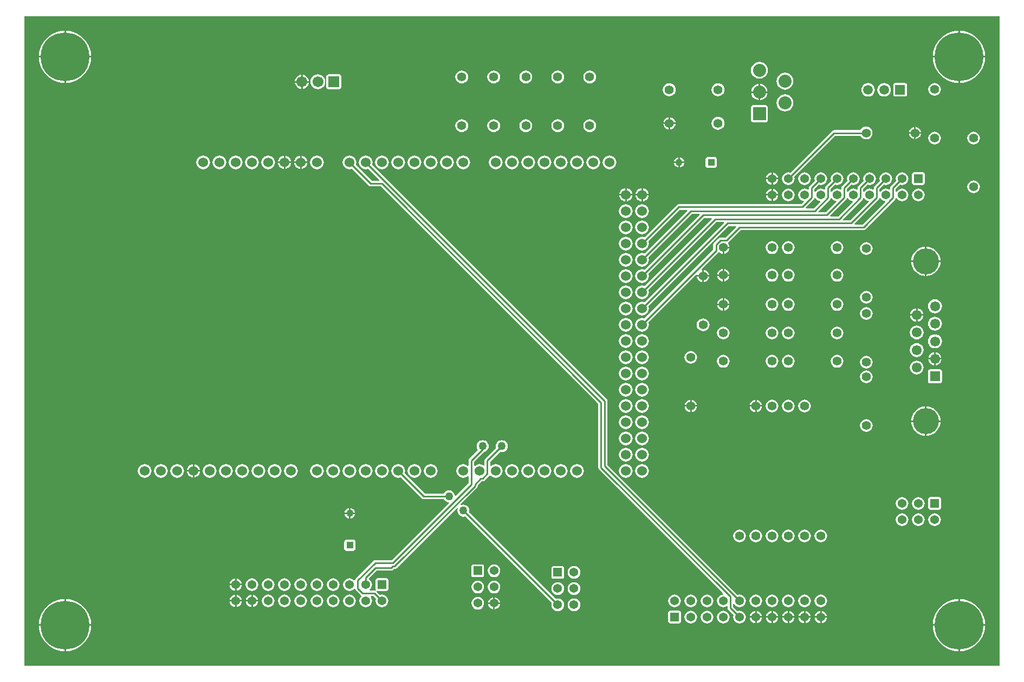
<source format=gbr>
G04 Layer_Physical_Order=4*
G04 Layer_Color=16711680*
%FSLAX23Y23*%
%MOIN*%
%TF.FileFunction,Copper,L4,Bot,Signal*%
%TF.Part,Single*%
G01*
G75*
%TA.AperFunction,Conductor*%
%ADD10C,0.010*%
%TA.AperFunction,ViaPad*%
%ADD12C,0.300*%
%TA.AperFunction,ComponentPad*%
%ADD13C,0.055*%
%ADD14C,0.043*%
%ADD15R,0.043X0.043*%
%ADD16C,0.054*%
%ADD17R,0.054X0.054*%
%ADD18R,0.054X0.054*%
%ADD19R,0.067X0.067*%
%ADD20C,0.067*%
%ADD21R,0.043X0.043*%
%ADD22C,0.060*%
%ADD23C,0.061*%
%ADD24C,0.160*%
%ADD25R,0.061X0.061*%
%ADD26C,0.080*%
%ADD27R,0.080X0.080*%
%ADD28C,0.059*%
%ADD29R,0.059X0.059*%
%TA.AperFunction,ViaPad*%
%ADD30C,0.050*%
G36*
X7000Y1000D02*
X1000D01*
Y5000D01*
X7000D01*
Y1000D01*
D02*
G37*
%LPC*%
G36*
X3500Y2242D02*
X3489Y2241D01*
X3479Y2237D01*
X3470Y2230D01*
X3463Y2221D01*
X3459Y2211D01*
X3458Y2200D01*
X3459Y2189D01*
X3463Y2179D01*
X3470Y2170D01*
X3479Y2163D01*
X3489Y2159D01*
X3500Y2158D01*
X3511Y2159D01*
X3521Y2163D01*
X3530Y2170D01*
X3537Y2179D01*
X3541Y2189D01*
X3542Y2200D01*
X3541Y2211D01*
X3537Y2221D01*
X3530Y2230D01*
X3521Y2237D01*
X3511Y2241D01*
X3500Y2242D01*
D02*
G37*
G36*
X3400D02*
X3389Y2241D01*
X3379Y2237D01*
X3370Y2230D01*
X3363Y2221D01*
X3359Y2211D01*
X3358Y2200D01*
X3359Y2189D01*
X3363Y2179D01*
X3370Y2170D01*
X3379Y2163D01*
X3389Y2159D01*
X3400Y2158D01*
X3411Y2159D01*
X3421Y2163D01*
X3430Y2170D01*
X3437Y2179D01*
X3441Y2189D01*
X3442Y2200D01*
X3441Y2211D01*
X3437Y2221D01*
X3430Y2230D01*
X3421Y2237D01*
X3411Y2241D01*
X3400Y2242D01*
D02*
G37*
G36*
X4000D02*
X3989Y2241D01*
X3979Y2237D01*
X3970Y2230D01*
X3963Y2221D01*
X3959Y2211D01*
X3958Y2200D01*
X3959Y2189D01*
X3963Y2179D01*
X3970Y2170D01*
X3979Y2163D01*
X3989Y2159D01*
X4000Y2158D01*
X4011Y2159D01*
X4021Y2163D01*
X4030Y2170D01*
X4037Y2179D01*
X4041Y2189D01*
X4042Y2200D01*
X4041Y2211D01*
X4037Y2221D01*
X4030Y2230D01*
X4021Y2237D01*
X4011Y2241D01*
X4000Y2242D01*
D02*
G37*
G36*
X4200D02*
X4189Y2241D01*
X4179Y2237D01*
X4170Y2230D01*
X4163Y2221D01*
X4159Y2211D01*
X4158Y2200D01*
X4159Y2189D01*
X4163Y2179D01*
X4170Y2170D01*
X4179Y2163D01*
X4189Y2159D01*
X4200Y2158D01*
X4211Y2159D01*
X4221Y2163D01*
X4230Y2170D01*
X4237Y2179D01*
X4241Y2189D01*
X4242Y2200D01*
X4241Y2211D01*
X4237Y2221D01*
X4230Y2230D01*
X4221Y2237D01*
X4211Y2241D01*
X4200Y2242D01*
D02*
G37*
G36*
X4100D02*
X4089Y2241D01*
X4079Y2237D01*
X4070Y2230D01*
X4063Y2221D01*
X4059Y2211D01*
X4058Y2200D01*
X4059Y2189D01*
X4063Y2179D01*
X4070Y2170D01*
X4079Y2163D01*
X4089Y2159D01*
X4100Y2158D01*
X4111Y2159D01*
X4121Y2163D01*
X4130Y2170D01*
X4137Y2179D01*
X4141Y2189D01*
X4142Y2200D01*
X4141Y2211D01*
X4137Y2221D01*
X4130Y2230D01*
X4121Y2237D01*
X4111Y2241D01*
X4100Y2242D01*
D02*
G37*
G36*
X2900D02*
X2889Y2241D01*
X2879Y2237D01*
X2870Y2230D01*
X2863Y2221D01*
X2859Y2211D01*
X2858Y2200D01*
X2859Y2189D01*
X2863Y2179D01*
X2870Y2170D01*
X2879Y2163D01*
X2889Y2159D01*
X2900Y2158D01*
X2911Y2159D01*
X2921Y2163D01*
X2930Y2170D01*
X2937Y2179D01*
X2941Y2189D01*
X2942Y2200D01*
X2941Y2211D01*
X2937Y2221D01*
X2930Y2230D01*
X2921Y2237D01*
X2911Y2241D01*
X2900Y2242D01*
D02*
G37*
G36*
X2800D02*
X2789Y2241D01*
X2779Y2237D01*
X2770Y2230D01*
X2763Y2221D01*
X2759Y2211D01*
X2758Y2200D01*
X2759Y2189D01*
X2763Y2179D01*
X2770Y2170D01*
X2779Y2163D01*
X2789Y2159D01*
X2800Y2158D01*
X2811Y2159D01*
X2821Y2163D01*
X2830Y2170D01*
X2837Y2179D01*
X2841Y2189D01*
X2842Y2200D01*
X2841Y2211D01*
X2837Y2221D01*
X2830Y2230D01*
X2821Y2237D01*
X2811Y2241D01*
X2800Y2242D01*
D02*
G37*
G36*
X3000D02*
X2989Y2241D01*
X2979Y2237D01*
X2970Y2230D01*
X2963Y2221D01*
X2959Y2211D01*
X2958Y2200D01*
X2959Y2189D01*
X2963Y2179D01*
X2970Y2170D01*
X2979Y2163D01*
X2989Y2159D01*
X3000Y2158D01*
X3011Y2159D01*
X3021Y2163D01*
X3030Y2170D01*
X3037Y2179D01*
X3041Y2189D01*
X3042Y2200D01*
X3041Y2211D01*
X3037Y2221D01*
X3030Y2230D01*
X3021Y2237D01*
X3011Y2241D01*
X3000Y2242D01*
D02*
G37*
G36*
X3200D02*
X3189Y2241D01*
X3179Y2237D01*
X3170Y2230D01*
X3163Y2221D01*
X3159Y2211D01*
X3158Y2200D01*
X3159Y2189D01*
X3163Y2179D01*
X3170Y2170D01*
X3179Y2163D01*
X3189Y2159D01*
X3200Y2158D01*
X3211Y2159D01*
X3221Y2163D01*
X3230Y2170D01*
X3237Y2179D01*
X3241Y2189D01*
X3242Y2200D01*
X3241Y2211D01*
X3237Y2221D01*
X3230Y2230D01*
X3221Y2237D01*
X3211Y2241D01*
X3200Y2242D01*
D02*
G37*
G36*
X3100D02*
X3089Y2241D01*
X3079Y2237D01*
X3070Y2230D01*
X3063Y2221D01*
X3059Y2211D01*
X3058Y2200D01*
X3059Y2189D01*
X3063Y2179D01*
X3070Y2170D01*
X3079Y2163D01*
X3089Y2159D01*
X3100Y2158D01*
X3111Y2159D01*
X3121Y2163D01*
X3130Y2170D01*
X3137Y2179D01*
X3141Y2189D01*
X3142Y2200D01*
X3141Y2211D01*
X3137Y2221D01*
X3130Y2230D01*
X3121Y2237D01*
X3111Y2241D01*
X3100Y2242D01*
D02*
G37*
G36*
X2035Y2240D02*
X2030Y2239D01*
X2020Y2235D01*
X2011Y2229D01*
X2005Y2220D01*
X2001Y2210D01*
X2000Y2205D01*
X2035D01*
Y2240D01*
D02*
G37*
G36*
X2080Y2195D02*
X2045D01*
Y2160D01*
X2050Y2161D01*
X2060Y2165D01*
X2069Y2171D01*
X2075Y2180D01*
X2079Y2190D01*
X2080Y2195D01*
D02*
G37*
G36*
X2045Y2240D02*
Y2205D01*
X2080D01*
X2079Y2210D01*
X2075Y2220D01*
X2069Y2229D01*
X2060Y2235D01*
X2050Y2239D01*
X2045Y2240D01*
D02*
G37*
G36*
X4700Y2342D02*
X4689Y2341D01*
X4679Y2337D01*
X4670Y2330D01*
X4663Y2321D01*
X4659Y2311D01*
X4658Y2300D01*
X4659Y2289D01*
X4663Y2279D01*
X4670Y2270D01*
X4679Y2263D01*
X4689Y2259D01*
X4700Y2258D01*
X4711Y2259D01*
X4721Y2263D01*
X4730Y2270D01*
X4737Y2279D01*
X4741Y2289D01*
X4742Y2300D01*
X4741Y2311D01*
X4737Y2321D01*
X4730Y2330D01*
X4721Y2337D01*
X4711Y2341D01*
X4700Y2342D01*
D02*
G37*
G36*
X3937Y2389D02*
X3927Y2388D01*
X3918Y2385D01*
X3911Y2379D01*
X3905Y2371D01*
X3901Y2362D01*
X3900Y2352D01*
X3901Y2343D01*
X3902Y2341D01*
X3836Y2276D01*
X3833Y2270D01*
X3831Y2264D01*
Y2235D01*
X3826Y2233D01*
X3821Y2237D01*
X3811Y2241D01*
X3800Y2242D01*
X3789Y2241D01*
X3779Y2237D01*
X3772Y2231D01*
X3767Y2234D01*
Y2257D01*
X3827Y2316D01*
X3829Y2316D01*
X3837Y2320D01*
X3845Y2326D01*
X3851Y2334D01*
X3855Y2343D01*
X3856Y2352D01*
X3855Y2362D01*
X3851Y2371D01*
X3845Y2379D01*
X3837Y2385D01*
X3829Y2388D01*
X3819Y2389D01*
X3809Y2388D01*
X3800Y2385D01*
X3793Y2379D01*
X3787Y2371D01*
X3783Y2362D01*
X3782Y2352D01*
X3783Y2343D01*
X3787Y2334D01*
X3791Y2329D01*
X3738Y2276D01*
X3734Y2270D01*
X3733Y2264D01*
Y2234D01*
X3728Y2231D01*
X3721Y2237D01*
X3711Y2241D01*
X3700Y2242D01*
X3689Y2241D01*
X3679Y2237D01*
X3670Y2230D01*
X3663Y2221D01*
X3659Y2211D01*
X3658Y2200D01*
X3659Y2189D01*
X3663Y2179D01*
X3670Y2170D01*
X3679Y2163D01*
X3689Y2159D01*
X3700Y2158D01*
X3711Y2159D01*
X3721Y2163D01*
X3728Y2169D01*
X3733Y2166D01*
Y2123D01*
X3654Y2045D01*
X3649Y2046D01*
X3648Y2054D01*
X3644Y2063D01*
X3638Y2070D01*
X3631Y2076D01*
X3622Y2080D01*
X3612Y2081D01*
X3603Y2080D01*
X3594Y2076D01*
X3586Y2070D01*
X3580Y2063D01*
X3579Y2061D01*
X3463D01*
X3339Y2185D01*
X3341Y2189D01*
X3342Y2200D01*
X3341Y2211D01*
X3337Y2221D01*
X3330Y2230D01*
X3321Y2237D01*
X3311Y2241D01*
X3300Y2242D01*
X3289Y2241D01*
X3279Y2237D01*
X3270Y2230D01*
X3263Y2221D01*
X3259Y2211D01*
X3258Y2200D01*
X3259Y2189D01*
X3263Y2179D01*
X3270Y2170D01*
X3279Y2163D01*
X3289Y2159D01*
X3300Y2158D01*
X3311Y2159D01*
X3315Y2161D01*
X3444Y2032D01*
X3449Y2028D01*
X3456Y2027D01*
X3579D01*
X3580Y2026D01*
X3586Y2018D01*
X3594Y2012D01*
X3603Y2008D01*
X3610Y2007D01*
X3612Y2002D01*
X3261Y1651D01*
X3159D01*
X3153Y1650D01*
X3147Y1646D01*
X3039Y1538D01*
X3035Y1532D01*
X3034Y1527D01*
X3030Y1526D01*
X3029Y1526D01*
X3028Y1528D01*
X3020Y1534D01*
X3010Y1538D01*
X3000Y1539D01*
X2990Y1538D01*
X2980Y1534D01*
X2972Y1528D01*
X2966Y1520D01*
X2962Y1510D01*
X2961Y1500D01*
X2962Y1490D01*
X2966Y1480D01*
X2972Y1472D01*
X2980Y1466D01*
X2990Y1462D01*
X3000Y1461D01*
X3010Y1462D01*
X3020Y1466D01*
X3028Y1472D01*
X3029Y1475D01*
X3035Y1473D01*
X3035Y1470D01*
X3039Y1464D01*
X3069Y1435D01*
X3071Y1433D01*
X3072Y1430D01*
X3072Y1427D01*
X3066Y1420D01*
X3062Y1410D01*
X3061Y1400D01*
X3062Y1390D01*
X3066Y1380D01*
X3072Y1372D01*
X3080Y1366D01*
X3090Y1362D01*
X3100Y1361D01*
X3110Y1362D01*
X3120Y1366D01*
X3128Y1372D01*
X3134Y1380D01*
X3138Y1390D01*
X3139Y1400D01*
X3138Y1410D01*
X3134Y1420D01*
X3130Y1425D01*
X3132Y1430D01*
X3146D01*
X3163Y1413D01*
X3162Y1410D01*
X3161Y1400D01*
X3162Y1390D01*
X3166Y1380D01*
X3172Y1372D01*
X3180Y1366D01*
X3190Y1362D01*
X3200Y1361D01*
X3210Y1362D01*
X3220Y1366D01*
X3228Y1372D01*
X3234Y1380D01*
X3238Y1390D01*
X3239Y1400D01*
X3238Y1410D01*
X3234Y1420D01*
X3228Y1428D01*
X3220Y1434D01*
X3210Y1438D01*
X3200Y1439D01*
X3190Y1438D01*
X3187Y1437D01*
X3167Y1457D01*
X3170Y1462D01*
X3173Y1461D01*
X3227D01*
X3232Y1462D01*
X3235Y1465D01*
X3238Y1468D01*
X3239Y1473D01*
Y1527D01*
X3238Y1532D01*
X3235Y1535D01*
X3232Y1538D01*
X3227Y1539D01*
X3173D01*
X3168Y1538D01*
X3165Y1535D01*
X3162Y1532D01*
X3161Y1527D01*
Y1473D01*
X3162Y1468D01*
X3163Y1466D01*
X3160Y1463D01*
X3160Y1463D01*
X3153Y1464D01*
X3125D01*
X3123Y1469D01*
X3128Y1472D01*
X3134Y1480D01*
X3138Y1490D01*
X3139Y1500D01*
X3138Y1510D01*
X3134Y1520D01*
X3128Y1528D01*
X3121Y1533D01*
X3120Y1537D01*
X3120Y1539D01*
X3168Y1587D01*
X3258D01*
X3264Y1588D01*
X3270Y1592D01*
X3273Y1595D01*
X3277D01*
X3283Y1596D01*
X3289Y1600D01*
X3663Y1974D01*
X3668Y1972D01*
X3665Y1965D01*
X3664Y1956D01*
X3665Y1946D01*
X3669Y1937D01*
X3675Y1929D01*
X3682Y1923D01*
X3691Y1920D01*
X3701Y1918D01*
X3710Y1920D01*
X3712Y1920D01*
X4245Y1387D01*
X4244Y1385D01*
X4242Y1375D01*
X4244Y1365D01*
X4248Y1355D01*
X4254Y1347D01*
X4262Y1341D01*
X4271Y1337D01*
X4281Y1336D01*
X4292Y1337D01*
X4301Y1341D01*
X4309Y1347D01*
X4315Y1355D01*
X4319Y1365D01*
X4321Y1375D01*
X4319Y1385D01*
X4315Y1394D01*
X4309Y1402D01*
X4301Y1409D01*
X4292Y1413D01*
X4281Y1414D01*
X4271Y1413D01*
X4269Y1412D01*
X3736Y1944D01*
X3737Y1946D01*
X3738Y1956D01*
X3737Y1965D01*
X3733Y1974D01*
X3727Y1982D01*
X3719Y1988D01*
X3710Y1991D01*
X3701Y1993D01*
X3691Y1991D01*
X3685Y1989D01*
X3682Y1993D01*
X3784Y2095D01*
X3788Y2101D01*
X3789Y2107D01*
Y2111D01*
X3814Y2136D01*
X3819D01*
X3826Y2137D01*
X3832Y2141D01*
X3861Y2170D01*
X3862Y2172D01*
X3868Y2173D01*
X3870Y2170D01*
X3879Y2163D01*
X3889Y2159D01*
X3900Y2158D01*
X3911Y2159D01*
X3921Y2163D01*
X3930Y2170D01*
X3937Y2179D01*
X3941Y2189D01*
X3942Y2200D01*
X3941Y2211D01*
X3937Y2221D01*
X3930Y2230D01*
X3921Y2237D01*
X3911Y2241D01*
X3900Y2242D01*
X3889Y2241D01*
X3879Y2237D01*
X3871Y2230D01*
X3868Y2231D01*
X3866Y2231D01*
Y2257D01*
X3926Y2317D01*
X3927Y2316D01*
X3937Y2315D01*
X3947Y2316D01*
X3956Y2320D01*
X3963Y2326D01*
X3969Y2334D01*
X3973Y2343D01*
X3974Y2352D01*
X3973Y2362D01*
X3969Y2371D01*
X3963Y2379D01*
X3956Y2385D01*
X3947Y2388D01*
X3937Y2389D01*
D02*
G37*
G36*
X4400Y2242D02*
X4389Y2241D01*
X4379Y2237D01*
X4370Y2230D01*
X4363Y2221D01*
X4359Y2211D01*
X4358Y2200D01*
X4359Y2189D01*
X4363Y2179D01*
X4370Y2170D01*
X4379Y2163D01*
X4389Y2159D01*
X4400Y2158D01*
X4411Y2159D01*
X4421Y2163D01*
X4430Y2170D01*
X4437Y2179D01*
X4441Y2189D01*
X4442Y2200D01*
X4441Y2211D01*
X4437Y2221D01*
X4430Y2230D01*
X4421Y2237D01*
X4411Y2241D01*
X4400Y2242D01*
D02*
G37*
G36*
X4300D02*
X4289Y2241D01*
X4279Y2237D01*
X4270Y2230D01*
X4263Y2221D01*
X4259Y2211D01*
X4258Y2200D01*
X4259Y2189D01*
X4263Y2179D01*
X4270Y2170D01*
X4279Y2163D01*
X4289Y2159D01*
X4300Y2158D01*
X4311Y2159D01*
X4321Y2163D01*
X4330Y2170D01*
X4337Y2179D01*
X4341Y2189D01*
X4342Y2200D01*
X4341Y2211D01*
X4337Y2221D01*
X4330Y2230D01*
X4321Y2237D01*
X4311Y2241D01*
X4300Y2242D01*
D02*
G37*
G36*
X4700D02*
X4689Y2241D01*
X4679Y2237D01*
X4670Y2230D01*
X4663Y2221D01*
X4659Y2211D01*
X4658Y2200D01*
X4659Y2189D01*
X4663Y2179D01*
X4670Y2170D01*
X4679Y2163D01*
X4689Y2159D01*
X4700Y2158D01*
X4711Y2159D01*
X4721Y2163D01*
X4730Y2170D01*
X4737Y2179D01*
X4741Y2189D01*
X4742Y2200D01*
X4741Y2211D01*
X4737Y2221D01*
X4730Y2230D01*
X4721Y2237D01*
X4711Y2241D01*
X4700Y2242D01*
D02*
G37*
G36*
X2035Y2195D02*
X2000D01*
X2001Y2190D01*
X2005Y2180D01*
X2011Y2171D01*
X2020Y2165D01*
X2030Y2161D01*
X2035Y2160D01*
Y2195D01*
D02*
G37*
G36*
X4800Y2242D02*
X4789Y2241D01*
X4779Y2237D01*
X4770Y2230D01*
X4763Y2221D01*
X4759Y2211D01*
X4758Y2200D01*
X4759Y2189D01*
X4763Y2179D01*
X4770Y2170D01*
X4779Y2163D01*
X4789Y2159D01*
X4800Y2158D01*
X4811Y2159D01*
X4821Y2163D01*
X4830Y2170D01*
X4837Y2179D01*
X4841Y2189D01*
X4842Y2200D01*
X4841Y2211D01*
X4837Y2221D01*
X4830Y2230D01*
X4821Y2237D01*
X4811Y2241D01*
X4800Y2242D01*
D02*
G37*
G36*
X2640D02*
X2629Y2241D01*
X2619Y2237D01*
X2610Y2230D01*
X2603Y2221D01*
X2599Y2211D01*
X2598Y2200D01*
X2599Y2189D01*
X2603Y2179D01*
X2610Y2170D01*
X2619Y2163D01*
X2629Y2159D01*
X2640Y2158D01*
X2651Y2159D01*
X2661Y2163D01*
X2670Y2170D01*
X2677Y2179D01*
X2681Y2189D01*
X2682Y2200D01*
X2681Y2211D01*
X2677Y2221D01*
X2670Y2230D01*
X2661Y2237D01*
X2651Y2241D01*
X2640Y2242D01*
D02*
G37*
G36*
X2997Y1934D02*
X2971D01*
X2971Y1931D01*
X2974Y1923D01*
X2979Y1916D01*
X2986Y1911D01*
X2994Y1908D01*
X2997Y1908D01*
Y1934D01*
D02*
G37*
G36*
X3033D02*
X3007D01*
Y1908D01*
X3010Y1908D01*
X3018Y1911D01*
X3025Y1916D01*
X3030Y1923D01*
X3033Y1931D01*
X3033Y1934D01*
D02*
G37*
G36*
X2997Y1970D02*
X2994Y1970D01*
X2986Y1967D01*
X2979Y1962D01*
X2974Y1955D01*
X2971Y1947D01*
X2971Y1944D01*
X2997D01*
Y1970D01*
D02*
G37*
G36*
X6400Y2039D02*
X6390Y2038D01*
X6380Y2034D01*
X6372Y2028D01*
X6366Y2020D01*
X6362Y2010D01*
X6361Y2000D01*
X6362Y1990D01*
X6366Y1980D01*
X6372Y1972D01*
X6380Y1966D01*
X6390Y1962D01*
X6400Y1961D01*
X6410Y1962D01*
X6420Y1966D01*
X6428Y1972D01*
X6434Y1980D01*
X6438Y1990D01*
X6439Y2000D01*
X6438Y2010D01*
X6434Y2020D01*
X6428Y2028D01*
X6420Y2034D01*
X6410Y2038D01*
X6400Y2039D01*
D02*
G37*
G36*
X3007Y1970D02*
Y1944D01*
X3033D01*
X3033Y1947D01*
X3030Y1955D01*
X3025Y1962D01*
X3018Y1967D01*
X3010Y1970D01*
X3007Y1970D01*
D02*
G37*
G36*
X5900Y1840D02*
X5890Y1838D01*
X5880Y1834D01*
X5872Y1828D01*
X5866Y1820D01*
X5862Y1810D01*
X5860Y1800D01*
X5862Y1790D01*
X5866Y1780D01*
X5872Y1772D01*
X5880Y1766D01*
X5890Y1762D01*
X5900Y1760D01*
X5910Y1762D01*
X5920Y1766D01*
X5928Y1772D01*
X5934Y1780D01*
X5938Y1790D01*
X5940Y1800D01*
X5938Y1810D01*
X5934Y1820D01*
X5928Y1828D01*
X5920Y1834D01*
X5910Y1838D01*
X5900Y1840D01*
D02*
G37*
G36*
X5800D02*
X5790Y1838D01*
X5780Y1834D01*
X5772Y1828D01*
X5766Y1820D01*
X5762Y1810D01*
X5760Y1800D01*
X5762Y1790D01*
X5766Y1780D01*
X5772Y1772D01*
X5780Y1766D01*
X5790Y1762D01*
X5800Y1760D01*
X5810Y1762D01*
X5820Y1766D01*
X5828Y1772D01*
X5834Y1780D01*
X5838Y1790D01*
X5840Y1800D01*
X5838Y1810D01*
X5834Y1820D01*
X5828Y1828D01*
X5820Y1834D01*
X5810Y1838D01*
X5800Y1840D01*
D02*
G37*
G36*
X6400Y1939D02*
X6390Y1938D01*
X6380Y1934D01*
X6372Y1928D01*
X6366Y1920D01*
X6362Y1910D01*
X6361Y1900D01*
X6362Y1890D01*
X6366Y1880D01*
X6372Y1872D01*
X6380Y1866D01*
X6390Y1862D01*
X6400Y1861D01*
X6410Y1862D01*
X6420Y1866D01*
X6428Y1872D01*
X6434Y1880D01*
X6438Y1890D01*
X6439Y1900D01*
X6438Y1910D01*
X6434Y1920D01*
X6428Y1928D01*
X6420Y1934D01*
X6410Y1938D01*
X6400Y1939D01*
D02*
G37*
G36*
X6600D02*
X6590Y1938D01*
X6580Y1934D01*
X6572Y1928D01*
X6566Y1920D01*
X6562Y1910D01*
X6561Y1900D01*
X6562Y1890D01*
X6566Y1880D01*
X6572Y1872D01*
X6580Y1866D01*
X6590Y1862D01*
X6600Y1861D01*
X6610Y1862D01*
X6620Y1866D01*
X6628Y1872D01*
X6634Y1880D01*
X6638Y1890D01*
X6639Y1900D01*
X6638Y1910D01*
X6634Y1920D01*
X6628Y1928D01*
X6620Y1934D01*
X6610Y1938D01*
X6600Y1939D01*
D02*
G37*
G36*
X6500D02*
X6490Y1938D01*
X6480Y1934D01*
X6472Y1928D01*
X6466Y1920D01*
X6462Y1910D01*
X6461Y1900D01*
X6462Y1890D01*
X6466Y1880D01*
X6472Y1872D01*
X6480Y1866D01*
X6490Y1862D01*
X6500Y1861D01*
X6510Y1862D01*
X6520Y1866D01*
X6528Y1872D01*
X6534Y1880D01*
X6538Y1890D01*
X6539Y1900D01*
X6538Y1910D01*
X6534Y1920D01*
X6528Y1928D01*
X6520Y1934D01*
X6510Y1938D01*
X6500Y1939D01*
D02*
G37*
G36*
X2240Y2242D02*
X2229Y2241D01*
X2219Y2237D01*
X2210Y2230D01*
X2203Y2221D01*
X2199Y2211D01*
X2198Y2200D01*
X2199Y2189D01*
X2203Y2179D01*
X2210Y2170D01*
X2219Y2163D01*
X2229Y2159D01*
X2240Y2158D01*
X2251Y2159D01*
X2261Y2163D01*
X2270Y2170D01*
X2277Y2179D01*
X2281Y2189D01*
X2282Y2200D01*
X2281Y2211D01*
X2277Y2221D01*
X2270Y2230D01*
X2261Y2237D01*
X2251Y2241D01*
X2240Y2242D01*
D02*
G37*
G36*
X2140D02*
X2129Y2241D01*
X2119Y2237D01*
X2110Y2230D01*
X2103Y2221D01*
X2099Y2211D01*
X2098Y2200D01*
X2099Y2189D01*
X2103Y2179D01*
X2110Y2170D01*
X2119Y2163D01*
X2129Y2159D01*
X2140Y2158D01*
X2151Y2159D01*
X2161Y2163D01*
X2170Y2170D01*
X2177Y2179D01*
X2181Y2189D01*
X2182Y2200D01*
X2181Y2211D01*
X2177Y2221D01*
X2170Y2230D01*
X2161Y2237D01*
X2151Y2241D01*
X2140Y2242D01*
D02*
G37*
G36*
X2340D02*
X2329Y2241D01*
X2319Y2237D01*
X2310Y2230D01*
X2303Y2221D01*
X2299Y2211D01*
X2298Y2200D01*
X2299Y2189D01*
X2303Y2179D01*
X2310Y2170D01*
X2319Y2163D01*
X2329Y2159D01*
X2340Y2158D01*
X2351Y2159D01*
X2361Y2163D01*
X2370Y2170D01*
X2377Y2179D01*
X2381Y2189D01*
X2382Y2200D01*
X2381Y2211D01*
X2377Y2221D01*
X2370Y2230D01*
X2361Y2237D01*
X2351Y2241D01*
X2340Y2242D01*
D02*
G37*
G36*
X2540D02*
X2529Y2241D01*
X2519Y2237D01*
X2510Y2230D01*
X2503Y2221D01*
X2499Y2211D01*
X2498Y2200D01*
X2499Y2189D01*
X2503Y2179D01*
X2510Y2170D01*
X2519Y2163D01*
X2529Y2159D01*
X2540Y2158D01*
X2551Y2159D01*
X2561Y2163D01*
X2570Y2170D01*
X2577Y2179D01*
X2581Y2189D01*
X2582Y2200D01*
X2581Y2211D01*
X2577Y2221D01*
X2570Y2230D01*
X2561Y2237D01*
X2551Y2241D01*
X2540Y2242D01*
D02*
G37*
G36*
X2440D02*
X2429Y2241D01*
X2419Y2237D01*
X2410Y2230D01*
X2403Y2221D01*
X2399Y2211D01*
X2398Y2200D01*
X2399Y2189D01*
X2403Y2179D01*
X2410Y2170D01*
X2419Y2163D01*
X2429Y2159D01*
X2440Y2158D01*
X2451Y2159D01*
X2461Y2163D01*
X2470Y2170D01*
X2477Y2179D01*
X2481Y2189D01*
X2482Y2200D01*
X2481Y2211D01*
X2477Y2221D01*
X2470Y2230D01*
X2461Y2237D01*
X2451Y2241D01*
X2440Y2242D01*
D02*
G37*
G36*
X6627Y2039D02*
X6573D01*
X6568Y2038D01*
X6565Y2035D01*
X6562Y2032D01*
X6561Y2027D01*
Y1973D01*
X6562Y1968D01*
X6565Y1965D01*
X6568Y1962D01*
X6573Y1961D01*
X6627D01*
X6632Y1962D01*
X6635Y1965D01*
X6638Y1968D01*
X6639Y1973D01*
Y2027D01*
X6638Y2032D01*
X6635Y2035D01*
X6632Y2038D01*
X6627Y2039D01*
D02*
G37*
G36*
X6500Y2039D02*
X6490Y2038D01*
X6480Y2034D01*
X6472Y2028D01*
X6466Y2020D01*
X6462Y2010D01*
X6461Y2000D01*
X6462Y1990D01*
X6466Y1980D01*
X6472Y1972D01*
X6480Y1966D01*
X6490Y1962D01*
X6500Y1961D01*
X6510Y1962D01*
X6520Y1966D01*
X6528Y1972D01*
X6534Y1980D01*
X6538Y1990D01*
X6539Y2000D01*
X6538Y2010D01*
X6534Y2020D01*
X6528Y2028D01*
X6520Y2034D01*
X6510Y2038D01*
X6500Y2039D01*
D02*
G37*
G36*
X1740Y2242D02*
X1729Y2241D01*
X1719Y2237D01*
X1710Y2230D01*
X1703Y2221D01*
X1699Y2211D01*
X1698Y2200D01*
X1699Y2189D01*
X1703Y2179D01*
X1710Y2170D01*
X1719Y2163D01*
X1729Y2159D01*
X1740Y2158D01*
X1751Y2159D01*
X1761Y2163D01*
X1770Y2170D01*
X1777Y2179D01*
X1781Y2189D01*
X1782Y2200D01*
X1781Y2211D01*
X1777Y2221D01*
X1770Y2230D01*
X1761Y2237D01*
X1751Y2241D01*
X1740Y2242D01*
D02*
G37*
G36*
X1940D02*
X1929Y2241D01*
X1919Y2237D01*
X1910Y2230D01*
X1903Y2221D01*
X1899Y2211D01*
X1898Y2200D01*
X1899Y2189D01*
X1903Y2179D01*
X1910Y2170D01*
X1919Y2163D01*
X1929Y2159D01*
X1940Y2158D01*
X1951Y2159D01*
X1961Y2163D01*
X1970Y2170D01*
X1977Y2179D01*
X1981Y2189D01*
X1982Y2200D01*
X1981Y2211D01*
X1977Y2221D01*
X1970Y2230D01*
X1961Y2237D01*
X1951Y2241D01*
X1940Y2242D01*
D02*
G37*
G36*
X1840D02*
X1829Y2241D01*
X1819Y2237D01*
X1810Y2230D01*
X1803Y2221D01*
X1799Y2211D01*
X1798Y2200D01*
X1799Y2189D01*
X1803Y2179D01*
X1810Y2170D01*
X1819Y2163D01*
X1829Y2159D01*
X1840Y2158D01*
X1851Y2159D01*
X1861Y2163D01*
X1870Y2170D01*
X1877Y2179D01*
X1881Y2189D01*
X1882Y2200D01*
X1881Y2211D01*
X1877Y2221D01*
X1870Y2230D01*
X1861Y2237D01*
X1851Y2241D01*
X1840Y2242D01*
D02*
G37*
G36*
X4700Y2842D02*
X4689Y2841D01*
X4679Y2837D01*
X4670Y2830D01*
X4663Y2821D01*
X4659Y2811D01*
X4658Y2800D01*
X4659Y2789D01*
X4663Y2779D01*
X4670Y2770D01*
X4679Y2763D01*
X4689Y2759D01*
X4700Y2758D01*
X4711Y2759D01*
X4721Y2763D01*
X4730Y2770D01*
X4737Y2779D01*
X4741Y2789D01*
X4742Y2800D01*
X4741Y2811D01*
X4737Y2821D01*
X4730Y2830D01*
X4721Y2837D01*
X4711Y2841D01*
X4700Y2842D01*
D02*
G37*
G36*
X6180Y2820D02*
X6170Y2818D01*
X6160Y2814D01*
X6152Y2808D01*
X6146Y2800D01*
X6142Y2790D01*
X6140Y2780D01*
X6142Y2770D01*
X6146Y2760D01*
X6152Y2752D01*
X6160Y2746D01*
X6170Y2742D01*
X6180Y2740D01*
X6190Y2742D01*
X6200Y2746D01*
X6208Y2752D01*
X6214Y2760D01*
X6218Y2770D01*
X6220Y2780D01*
X6218Y2790D01*
X6214Y2800D01*
X6208Y2808D01*
X6200Y2814D01*
X6190Y2818D01*
X6180Y2820D01*
D02*
G37*
G36*
X4800Y2842D02*
X4789Y2841D01*
X4779Y2837D01*
X4770Y2830D01*
X4763Y2821D01*
X4759Y2811D01*
X4758Y2800D01*
X4759Y2789D01*
X4763Y2779D01*
X4770Y2770D01*
X4779Y2763D01*
X4789Y2759D01*
X4800Y2758D01*
X4811Y2759D01*
X4821Y2763D01*
X4830Y2770D01*
X4837Y2779D01*
X4841Y2789D01*
X4842Y2800D01*
X4841Y2811D01*
X4837Y2821D01*
X4830Y2830D01*
X4821Y2837D01*
X4811Y2841D01*
X4800Y2842D01*
D02*
G37*
G36*
X6180Y2910D02*
X6170Y2908D01*
X6160Y2904D01*
X6152Y2898D01*
X6146Y2890D01*
X6142Y2880D01*
X6140Y2870D01*
X6142Y2860D01*
X6146Y2850D01*
X6152Y2842D01*
X6160Y2836D01*
X6170Y2832D01*
X6180Y2830D01*
X6190Y2832D01*
X6200Y2836D01*
X6208Y2842D01*
X6214Y2850D01*
X6218Y2860D01*
X6220Y2870D01*
X6218Y2880D01*
X6214Y2890D01*
X6208Y2898D01*
X6200Y2904D01*
X6190Y2908D01*
X6180Y2910D01*
D02*
G37*
G36*
X6490Y2879D02*
X6479Y2878D01*
X6469Y2874D01*
X6460Y2867D01*
X6453Y2858D01*
X6449Y2847D01*
X6447Y2836D01*
X6449Y2825D01*
X6453Y2815D01*
X6460Y2806D01*
X6469Y2799D01*
X6479Y2795D01*
X6490Y2793D01*
X6501Y2795D01*
X6511Y2799D01*
X6520Y2806D01*
X6527Y2815D01*
X6531Y2825D01*
X6533Y2836D01*
X6531Y2847D01*
X6527Y2858D01*
X6520Y2867D01*
X6511Y2874D01*
X6501Y2878D01*
X6490Y2879D01*
D02*
G37*
G36*
X5505Y2637D02*
Y2605D01*
X5537D01*
X5537Y2610D01*
X5533Y2619D01*
X5527Y2627D01*
X5519Y2633D01*
X5510Y2637D01*
X5505Y2637D01*
D02*
G37*
G36*
X5105D02*
Y2605D01*
X5137D01*
X5137Y2610D01*
X5133Y2619D01*
X5127Y2627D01*
X5119Y2633D01*
X5110Y2637D01*
X5105Y2637D01*
D02*
G37*
G36*
X4700Y2742D02*
X4689Y2741D01*
X4679Y2737D01*
X4670Y2730D01*
X4663Y2721D01*
X4659Y2711D01*
X4658Y2700D01*
X4659Y2689D01*
X4663Y2679D01*
X4670Y2670D01*
X4679Y2663D01*
X4689Y2659D01*
X4700Y2658D01*
X4711Y2659D01*
X4721Y2663D01*
X4730Y2670D01*
X4737Y2679D01*
X4741Y2689D01*
X4742Y2700D01*
X4741Y2711D01*
X4737Y2721D01*
X4730Y2730D01*
X4721Y2737D01*
X4711Y2741D01*
X4700Y2742D01*
D02*
G37*
G36*
X6633Y2825D02*
X6571D01*
X6566Y2824D01*
X6563Y2822D01*
X6560Y2818D01*
X6559Y2813D01*
Y2752D01*
X6560Y2747D01*
X6563Y2743D01*
X6566Y2741D01*
X6571Y2740D01*
X6633D01*
X6637Y2741D01*
X6641Y2743D01*
X6644Y2747D01*
X6645Y2752D01*
Y2813D01*
X6644Y2818D01*
X6641Y2822D01*
X6637Y2824D01*
X6633Y2825D01*
D02*
G37*
G36*
X4800Y2742D02*
X4789Y2741D01*
X4779Y2737D01*
X4770Y2730D01*
X4763Y2721D01*
X4759Y2711D01*
X4758Y2700D01*
X4759Y2689D01*
X4763Y2679D01*
X4770Y2670D01*
X4779Y2663D01*
X4789Y2659D01*
X4800Y2658D01*
X4811Y2659D01*
X4821Y2663D01*
X4830Y2670D01*
X4837Y2679D01*
X4841Y2689D01*
X4842Y2700D01*
X4841Y2711D01*
X4837Y2721D01*
X4830Y2730D01*
X4821Y2737D01*
X4811Y2741D01*
X4800Y2742D01*
D02*
G37*
G36*
X4700Y2942D02*
X4689Y2941D01*
X4679Y2937D01*
X4670Y2930D01*
X4663Y2921D01*
X4659Y2911D01*
X4658Y2900D01*
X4659Y2889D01*
X4663Y2879D01*
X4670Y2870D01*
X4679Y2863D01*
X4689Y2859D01*
X4700Y2858D01*
X4711Y2859D01*
X4721Y2863D01*
X4730Y2870D01*
X4737Y2879D01*
X4741Y2889D01*
X4742Y2900D01*
X4741Y2911D01*
X4737Y2921D01*
X4730Y2930D01*
X4721Y2937D01*
X4711Y2941D01*
X4700Y2942D01*
D02*
G37*
G36*
X6642Y2885D02*
X6607D01*
Y2850D01*
X6612Y2851D01*
X6622Y2855D01*
X6631Y2861D01*
X6637Y2870D01*
X6641Y2880D01*
X6642Y2885D01*
D02*
G37*
G36*
X4800Y2942D02*
X4789Y2941D01*
X4779Y2937D01*
X4770Y2930D01*
X4763Y2921D01*
X4759Y2911D01*
X4758Y2900D01*
X4759Y2889D01*
X4763Y2879D01*
X4770Y2870D01*
X4779Y2863D01*
X4789Y2859D01*
X4800Y2858D01*
X4811Y2859D01*
X4821Y2863D01*
X4830Y2870D01*
X4837Y2879D01*
X4841Y2889D01*
X4842Y2900D01*
X4841Y2911D01*
X4837Y2921D01*
X4830Y2930D01*
X4821Y2937D01*
X4811Y2941D01*
X4800Y2942D01*
D02*
G37*
G36*
X6597Y2931D02*
X6591Y2930D01*
X6581Y2926D01*
X6573Y2919D01*
X6566Y2911D01*
X6562Y2901D01*
X6561Y2895D01*
X6597D01*
Y2931D01*
D02*
G37*
G36*
X5100Y2940D02*
X5090Y2938D01*
X5080Y2934D01*
X5072Y2928D01*
X5066Y2920D01*
X5062Y2910D01*
X5060Y2900D01*
X5062Y2890D01*
X5066Y2880D01*
X5072Y2872D01*
X5080Y2866D01*
X5090Y2862D01*
X5100Y2860D01*
X5110Y2862D01*
X5120Y2866D01*
X5128Y2872D01*
X5134Y2880D01*
X5138Y2890D01*
X5140Y2900D01*
X5138Y2910D01*
X5134Y2920D01*
X5128Y2928D01*
X5120Y2934D01*
X5110Y2938D01*
X5100Y2940D01*
D02*
G37*
G36*
X5600Y2915D02*
X5590Y2913D01*
X5580Y2909D01*
X5572Y2903D01*
X5566Y2895D01*
X5562Y2885D01*
X5560Y2875D01*
X5562Y2865D01*
X5566Y2855D01*
X5572Y2847D01*
X5580Y2841D01*
X5590Y2837D01*
X5600Y2835D01*
X5610Y2837D01*
X5620Y2841D01*
X5628Y2847D01*
X5634Y2855D01*
X5638Y2865D01*
X5640Y2875D01*
X5638Y2885D01*
X5634Y2895D01*
X5628Y2903D01*
X5620Y2909D01*
X5610Y2913D01*
X5600Y2915D01*
D02*
G37*
G36*
X5300D02*
X5290Y2913D01*
X5280Y2909D01*
X5272Y2903D01*
X5266Y2895D01*
X5262Y2885D01*
X5260Y2875D01*
X5262Y2865D01*
X5266Y2855D01*
X5272Y2847D01*
X5280Y2841D01*
X5290Y2837D01*
X5300Y2835D01*
X5310Y2837D01*
X5320Y2841D01*
X5328Y2847D01*
X5334Y2855D01*
X5338Y2865D01*
X5340Y2875D01*
X5338Y2885D01*
X5334Y2895D01*
X5328Y2903D01*
X5320Y2909D01*
X5310Y2913D01*
X5300Y2915D01*
D02*
G37*
G36*
X5700D02*
X5690Y2913D01*
X5680Y2909D01*
X5672Y2903D01*
X5666Y2895D01*
X5662Y2885D01*
X5660Y2875D01*
X5662Y2865D01*
X5666Y2855D01*
X5672Y2847D01*
X5680Y2841D01*
X5690Y2837D01*
X5700Y2835D01*
X5710Y2837D01*
X5720Y2841D01*
X5728Y2847D01*
X5734Y2855D01*
X5738Y2865D01*
X5740Y2875D01*
X5738Y2885D01*
X5734Y2895D01*
X5728Y2903D01*
X5720Y2909D01*
X5710Y2913D01*
X5700Y2915D01*
D02*
G37*
G36*
X6597Y2885D02*
X6561D01*
X6562Y2880D01*
X6566Y2870D01*
X6573Y2861D01*
X6581Y2855D01*
X6591Y2851D01*
X6597Y2850D01*
Y2885D01*
D02*
G37*
G36*
X6000Y2915D02*
X5990Y2913D01*
X5980Y2909D01*
X5972Y2903D01*
X5966Y2895D01*
X5962Y2885D01*
X5960Y2875D01*
X5962Y2865D01*
X5966Y2855D01*
X5972Y2847D01*
X5980Y2841D01*
X5990Y2837D01*
X6000Y2835D01*
X6010Y2837D01*
X6020Y2841D01*
X6028Y2847D01*
X6034Y2855D01*
X6038Y2865D01*
X6040Y2875D01*
X6038Y2885D01*
X6034Y2895D01*
X6028Y2903D01*
X6020Y2909D01*
X6010Y2913D01*
X6000Y2915D01*
D02*
G37*
G36*
X5495Y2637D02*
X5490Y2637D01*
X5481Y2633D01*
X5473Y2627D01*
X5467Y2619D01*
X5463Y2610D01*
X5463Y2605D01*
X5495D01*
Y2637D01*
D02*
G37*
G36*
X4700Y2542D02*
X4689Y2541D01*
X4679Y2537D01*
X4670Y2530D01*
X4663Y2521D01*
X4659Y2511D01*
X4658Y2500D01*
X4659Y2489D01*
X4663Y2479D01*
X4670Y2470D01*
X4679Y2463D01*
X4689Y2459D01*
X4700Y2458D01*
X4711Y2459D01*
X4721Y2463D01*
X4730Y2470D01*
X4737Y2479D01*
X4741Y2489D01*
X4742Y2500D01*
X4741Y2511D01*
X4737Y2521D01*
X4730Y2530D01*
X4721Y2537D01*
X4711Y2541D01*
X4700Y2542D01*
D02*
G37*
G36*
X6180Y2520D02*
X6170Y2518D01*
X6160Y2514D01*
X6152Y2508D01*
X6146Y2500D01*
X6142Y2490D01*
X6140Y2480D01*
X6142Y2470D01*
X6146Y2460D01*
X6152Y2452D01*
X6160Y2446D01*
X6170Y2442D01*
X6180Y2440D01*
X6190Y2442D01*
X6200Y2446D01*
X6208Y2452D01*
X6214Y2460D01*
X6218Y2470D01*
X6220Y2480D01*
X6218Y2490D01*
X6214Y2500D01*
X6208Y2508D01*
X6200Y2514D01*
X6190Y2518D01*
X6180Y2520D01*
D02*
G37*
G36*
X4800Y2542D02*
X4789Y2541D01*
X4779Y2537D01*
X4770Y2530D01*
X4763Y2521D01*
X4759Y2511D01*
X4758Y2500D01*
X4759Y2489D01*
X4763Y2479D01*
X4770Y2470D01*
X4779Y2463D01*
X4789Y2459D01*
X4800Y2458D01*
X4811Y2459D01*
X4821Y2463D01*
X4830Y2470D01*
X4837Y2479D01*
X4841Y2489D01*
X4842Y2500D01*
X4841Y2511D01*
X4837Y2521D01*
X4830Y2530D01*
X4821Y2537D01*
X4811Y2541D01*
X4800Y2542D01*
D02*
G37*
G36*
X6551Y2596D02*
Y2511D01*
X6636D01*
X6635Y2524D01*
X6629Y2541D01*
X6621Y2557D01*
X6610Y2570D01*
X6596Y2582D01*
X6581Y2590D01*
X6564Y2595D01*
X6551Y2596D01*
D02*
G37*
G36*
X6541D02*
X6528Y2595D01*
X6511Y2590D01*
X6496Y2582D01*
X6482Y2570D01*
X6471Y2557D01*
X6462Y2541D01*
X6457Y2524D01*
X6456Y2511D01*
X6541D01*
Y2596D01*
D02*
G37*
G36*
X4700Y2442D02*
X4689Y2441D01*
X4679Y2437D01*
X4670Y2430D01*
X4663Y2421D01*
X4659Y2411D01*
X4658Y2400D01*
X4659Y2389D01*
X4663Y2379D01*
X4670Y2370D01*
X4679Y2363D01*
X4689Y2359D01*
X4700Y2358D01*
X4711Y2359D01*
X4721Y2363D01*
X4730Y2370D01*
X4737Y2379D01*
X4741Y2389D01*
X4742Y2400D01*
X4741Y2411D01*
X4737Y2421D01*
X4730Y2430D01*
X4721Y2437D01*
X4711Y2441D01*
X4700Y2442D01*
D02*
G37*
G36*
X4800Y2342D02*
X4789Y2341D01*
X4779Y2337D01*
X4770Y2330D01*
X4763Y2321D01*
X4759Y2311D01*
X4758Y2300D01*
X4759Y2289D01*
X4763Y2279D01*
X4770Y2270D01*
X4779Y2263D01*
X4789Y2259D01*
X4800Y2258D01*
X4811Y2259D01*
X4821Y2263D01*
X4830Y2270D01*
X4837Y2279D01*
X4841Y2289D01*
X4842Y2300D01*
X4841Y2311D01*
X4837Y2321D01*
X4830Y2330D01*
X4821Y2337D01*
X4811Y2341D01*
X4800Y2342D01*
D02*
G37*
G36*
Y2442D02*
X4789Y2441D01*
X4779Y2437D01*
X4770Y2430D01*
X4763Y2421D01*
X4759Y2411D01*
X4758Y2400D01*
X4759Y2389D01*
X4763Y2379D01*
X4770Y2370D01*
X4779Y2363D01*
X4789Y2359D01*
X4800Y2358D01*
X4811Y2359D01*
X4821Y2363D01*
X4830Y2370D01*
X4837Y2379D01*
X4841Y2389D01*
X4842Y2400D01*
X4841Y2411D01*
X4837Y2421D01*
X4830Y2430D01*
X4821Y2437D01*
X4811Y2441D01*
X4800Y2442D01*
D02*
G37*
G36*
X6636Y2501D02*
X6551D01*
Y2416D01*
X6564Y2418D01*
X6581Y2423D01*
X6596Y2431D01*
X6610Y2442D01*
X6621Y2456D01*
X6629Y2472D01*
X6635Y2489D01*
X6636Y2501D01*
D02*
G37*
G36*
X6541D02*
X6456D01*
X6457Y2489D01*
X6462Y2472D01*
X6471Y2456D01*
X6482Y2442D01*
X6496Y2431D01*
X6511Y2423D01*
X6528Y2418D01*
X6541Y2416D01*
Y2501D01*
D02*
G37*
G36*
X5495Y2595D02*
X5463D01*
X5463Y2590D01*
X5467Y2581D01*
X5473Y2573D01*
X5481Y2567D01*
X5490Y2563D01*
X5495Y2563D01*
Y2595D01*
D02*
G37*
G36*
X5095D02*
X5063D01*
X5063Y2590D01*
X5067Y2581D01*
X5073Y2573D01*
X5081Y2567D01*
X5090Y2563D01*
X5095Y2563D01*
Y2595D01*
D02*
G37*
G36*
X5137D02*
X5105D01*
Y2563D01*
X5110Y2563D01*
X5119Y2567D01*
X5127Y2573D01*
X5133Y2581D01*
X5137Y2590D01*
X5137Y2595D01*
D02*
G37*
G36*
X5095Y2637D02*
X5090Y2637D01*
X5081Y2633D01*
X5073Y2627D01*
X5067Y2619D01*
X5063Y2610D01*
X5063Y2605D01*
X5095D01*
Y2637D01*
D02*
G37*
G36*
X5537Y2595D02*
X5505D01*
Y2563D01*
X5510Y2563D01*
X5519Y2567D01*
X5527Y2573D01*
X5533Y2581D01*
X5537Y2590D01*
X5537Y2595D01*
D02*
G37*
G36*
X4800Y2642D02*
X4789Y2641D01*
X4779Y2637D01*
X4770Y2630D01*
X4763Y2621D01*
X4759Y2611D01*
X4758Y2600D01*
X4759Y2589D01*
X4763Y2579D01*
X4770Y2570D01*
X4779Y2563D01*
X4789Y2559D01*
X4800Y2558D01*
X4811Y2559D01*
X4821Y2563D01*
X4830Y2570D01*
X4837Y2579D01*
X4841Y2589D01*
X4842Y2600D01*
X4841Y2611D01*
X4837Y2621D01*
X4830Y2630D01*
X4821Y2637D01*
X4811Y2641D01*
X4800Y2642D01*
D02*
G37*
G36*
X4700D02*
X4689Y2641D01*
X4679Y2637D01*
X4670Y2630D01*
X4663Y2621D01*
X4659Y2611D01*
X4658Y2600D01*
X4659Y2589D01*
X4663Y2579D01*
X4670Y2570D01*
X4679Y2563D01*
X4689Y2559D01*
X4700Y2558D01*
X4711Y2559D01*
X4721Y2563D01*
X4730Y2570D01*
X4737Y2579D01*
X4741Y2589D01*
X4742Y2600D01*
X4741Y2611D01*
X4737Y2621D01*
X4730Y2630D01*
X4721Y2637D01*
X4711Y2641D01*
X4700Y2642D01*
D02*
G37*
G36*
X5600Y2640D02*
X5590Y2638D01*
X5580Y2634D01*
X5572Y2628D01*
X5566Y2620D01*
X5562Y2610D01*
X5560Y2600D01*
X5562Y2590D01*
X5566Y2580D01*
X5572Y2572D01*
X5580Y2566D01*
X5590Y2562D01*
X5600Y2560D01*
X5610Y2562D01*
X5620Y2566D01*
X5628Y2572D01*
X5634Y2580D01*
X5638Y2590D01*
X5640Y2600D01*
X5638Y2610D01*
X5634Y2620D01*
X5628Y2628D01*
X5620Y2634D01*
X5610Y2638D01*
X5600Y2640D01*
D02*
G37*
G36*
X5800D02*
X5790Y2638D01*
X5780Y2634D01*
X5772Y2628D01*
X5766Y2620D01*
X5762Y2610D01*
X5760Y2600D01*
X5762Y2590D01*
X5766Y2580D01*
X5772Y2572D01*
X5780Y2566D01*
X5790Y2562D01*
X5800Y2560D01*
X5810Y2562D01*
X5820Y2566D01*
X5828Y2572D01*
X5834Y2580D01*
X5838Y2590D01*
X5840Y2600D01*
X5838Y2610D01*
X5834Y2620D01*
X5828Y2628D01*
X5820Y2634D01*
X5810Y2638D01*
X5800Y2640D01*
D02*
G37*
G36*
X5700D02*
X5690Y2638D01*
X5680Y2634D01*
X5672Y2628D01*
X5666Y2620D01*
X5662Y2610D01*
X5660Y2600D01*
X5662Y2590D01*
X5666Y2580D01*
X5672Y2572D01*
X5680Y2566D01*
X5690Y2562D01*
X5700Y2560D01*
X5710Y2562D01*
X5720Y2566D01*
X5728Y2572D01*
X5734Y2580D01*
X5738Y2590D01*
X5740Y2600D01*
X5738Y2610D01*
X5734Y2620D01*
X5728Y2628D01*
X5720Y2634D01*
X5710Y2638D01*
X5700Y2640D01*
D02*
G37*
G36*
Y1840D02*
X5690Y1838D01*
X5680Y1834D01*
X5672Y1828D01*
X5666Y1820D01*
X5662Y1810D01*
X5660Y1800D01*
X5662Y1790D01*
X5666Y1780D01*
X5672Y1772D01*
X5680Y1766D01*
X5690Y1762D01*
X5700Y1760D01*
X5710Y1762D01*
X5720Y1766D01*
X5728Y1772D01*
X5734Y1780D01*
X5738Y1790D01*
X5740Y1800D01*
X5738Y1810D01*
X5734Y1820D01*
X5728Y1828D01*
X5720Y1834D01*
X5710Y1838D01*
X5700Y1840D01*
D02*
G37*
G36*
X5705Y1337D02*
Y1305D01*
X5737D01*
X5736Y1310D01*
X5732Y1319D01*
X5726Y1326D01*
X5719Y1332D01*
X5710Y1336D01*
X5705Y1337D01*
D02*
G37*
G36*
X5695D02*
X5690Y1336D01*
X5681Y1332D01*
X5674Y1326D01*
X5668Y1319D01*
X5664Y1310D01*
X5663Y1305D01*
X5695D01*
Y1337D01*
D02*
G37*
G36*
X5795D02*
X5790Y1336D01*
X5781Y1332D01*
X5774Y1326D01*
X5768Y1319D01*
X5764Y1310D01*
X5763Y1305D01*
X5795D01*
Y1337D01*
D02*
G37*
G36*
X5895D02*
X5890Y1336D01*
X5881Y1332D01*
X5874Y1326D01*
X5868Y1319D01*
X5864Y1310D01*
X5863Y1305D01*
X5895D01*
Y1337D01*
D02*
G37*
G36*
X5805D02*
Y1305D01*
X5837D01*
X5836Y1310D01*
X5832Y1319D01*
X5826Y1326D01*
X5819Y1332D01*
X5810Y1336D01*
X5805Y1337D01*
D02*
G37*
G36*
X5495D02*
X5490Y1336D01*
X5481Y1332D01*
X5474Y1326D01*
X5468Y1319D01*
X5464Y1310D01*
X5463Y1305D01*
X5495D01*
Y1337D01*
D02*
G37*
G36*
X5937Y1295D02*
X5905D01*
Y1263D01*
X5910Y1264D01*
X5919Y1268D01*
X5926Y1274D01*
X5932Y1281D01*
X5936Y1290D01*
X5937Y1295D01*
D02*
G37*
G36*
X5505Y1337D02*
Y1305D01*
X5537D01*
X5536Y1310D01*
X5532Y1319D01*
X5526Y1326D01*
X5519Y1332D01*
X5510Y1336D01*
X5505Y1337D01*
D02*
G37*
G36*
X5605D02*
Y1305D01*
X5637D01*
X5636Y1310D01*
X5632Y1319D01*
X5626Y1326D01*
X5619Y1332D01*
X5610Y1336D01*
X5605Y1337D01*
D02*
G37*
G36*
X5595D02*
X5590Y1336D01*
X5581Y1332D01*
X5574Y1326D01*
X5568Y1319D01*
X5564Y1310D01*
X5563Y1305D01*
X5595D01*
Y1337D01*
D02*
G37*
G36*
X2600Y1439D02*
X2590Y1438D01*
X2580Y1434D01*
X2572Y1428D01*
X2566Y1420D01*
X2562Y1410D01*
X2561Y1400D01*
X2562Y1390D01*
X2566Y1380D01*
X2572Y1372D01*
X2580Y1366D01*
X2590Y1362D01*
X2600Y1361D01*
X2610Y1362D01*
X2620Y1366D01*
X2628Y1372D01*
X2634Y1380D01*
X2638Y1390D01*
X2639Y1400D01*
X2638Y1410D01*
X2634Y1420D01*
X2628Y1428D01*
X2620Y1434D01*
X2610Y1438D01*
X2600Y1439D01*
D02*
G37*
G36*
X2500D02*
X2490Y1438D01*
X2480Y1434D01*
X2472Y1428D01*
X2466Y1420D01*
X2462Y1410D01*
X2461Y1400D01*
X2462Y1390D01*
X2466Y1380D01*
X2472Y1372D01*
X2480Y1366D01*
X2490Y1362D01*
X2500Y1361D01*
X2510Y1362D01*
X2520Y1366D01*
X2528Y1372D01*
X2534Y1380D01*
X2538Y1390D01*
X2539Y1400D01*
X2538Y1410D01*
X2534Y1420D01*
X2528Y1428D01*
X2520Y1434D01*
X2510Y1438D01*
X2500Y1439D01*
D02*
G37*
G36*
X2700D02*
X2690Y1438D01*
X2680Y1434D01*
X2672Y1428D01*
X2666Y1420D01*
X2662Y1410D01*
X2661Y1400D01*
X2662Y1390D01*
X2666Y1380D01*
X2672Y1372D01*
X2680Y1366D01*
X2690Y1362D01*
X2700Y1361D01*
X2710Y1362D01*
X2720Y1366D01*
X2728Y1372D01*
X2734Y1380D01*
X2738Y1390D01*
X2739Y1400D01*
X2738Y1410D01*
X2734Y1420D01*
X2728Y1428D01*
X2720Y1434D01*
X2710Y1438D01*
X2700Y1439D01*
D02*
G37*
G36*
X2900D02*
X2890Y1438D01*
X2880Y1434D01*
X2872Y1428D01*
X2866Y1420D01*
X2862Y1410D01*
X2861Y1400D01*
X2862Y1390D01*
X2866Y1380D01*
X2872Y1372D01*
X2880Y1366D01*
X2890Y1362D01*
X2900Y1361D01*
X2910Y1362D01*
X2920Y1366D01*
X2928Y1372D01*
X2934Y1380D01*
X2938Y1390D01*
X2939Y1400D01*
X2938Y1410D01*
X2934Y1420D01*
X2928Y1428D01*
X2920Y1434D01*
X2910Y1438D01*
X2900Y1439D01*
D02*
G37*
G36*
X2800D02*
X2790Y1438D01*
X2780Y1434D01*
X2772Y1428D01*
X2766Y1420D01*
X2762Y1410D01*
X2761Y1400D01*
X2762Y1390D01*
X2766Y1380D01*
X2772Y1372D01*
X2780Y1366D01*
X2790Y1362D01*
X2800Y1361D01*
X2810Y1362D01*
X2820Y1366D01*
X2828Y1372D01*
X2834Y1380D01*
X2838Y1390D01*
X2839Y1400D01*
X2838Y1410D01*
X2834Y1420D01*
X2828Y1428D01*
X2820Y1434D01*
X2810Y1438D01*
X2800Y1439D01*
D02*
G37*
G36*
X4381Y1414D02*
X4371Y1413D01*
X4362Y1409D01*
X4354Y1402D01*
X4348Y1394D01*
X4344Y1385D01*
X4342Y1375D01*
X4344Y1365D01*
X4348Y1355D01*
X4354Y1347D01*
X4362Y1341D01*
X4371Y1337D01*
X4381Y1336D01*
X4392Y1337D01*
X4401Y1341D01*
X4409Y1347D01*
X4415Y1355D01*
X4419Y1365D01*
X4421Y1375D01*
X4419Y1385D01*
X4415Y1394D01*
X4409Y1402D01*
X4401Y1409D01*
X4392Y1413D01*
X4381Y1414D01*
D02*
G37*
G36*
X5905Y1337D02*
Y1305D01*
X5937D01*
X5936Y1310D01*
X5932Y1319D01*
X5926Y1326D01*
X5919Y1332D01*
X5910Y1336D01*
X5905Y1337D01*
D02*
G37*
G36*
X3789Y1424D02*
X3779Y1422D01*
X3770Y1419D01*
X3762Y1412D01*
X3755Y1404D01*
X3752Y1395D01*
X3750Y1385D01*
X3752Y1375D01*
X3755Y1365D01*
X3762Y1357D01*
X3770Y1351D01*
X3779Y1347D01*
X3789Y1346D01*
X3799Y1347D01*
X3809Y1351D01*
X3817Y1357D01*
X3823Y1365D01*
X3827Y1375D01*
X3828Y1385D01*
X3827Y1395D01*
X3823Y1404D01*
X3817Y1412D01*
X3809Y1419D01*
X3799Y1422D01*
X3789Y1424D01*
D02*
G37*
G36*
X3884Y1380D02*
X3853D01*
X3853Y1375D01*
X3857Y1366D01*
X3863Y1358D01*
X3871Y1352D01*
X3880Y1349D01*
X3884Y1348D01*
Y1380D01*
D02*
G37*
G36*
X3926D02*
X3894D01*
Y1348D01*
X3899Y1349D01*
X3908Y1352D01*
X3916Y1358D01*
X3922Y1366D01*
X3925Y1375D01*
X3926Y1380D01*
D02*
G37*
G36*
X5895Y1295D02*
X5863D01*
X5864Y1290D01*
X5868Y1281D01*
X5874Y1274D01*
X5881Y1268D01*
X5890Y1264D01*
X5895Y1263D01*
Y1295D01*
D02*
G37*
G36*
X6745Y1410D02*
X6725Y1409D01*
X6700Y1403D01*
X6677Y1393D01*
X6656Y1380D01*
X6637Y1363D01*
X6620Y1344D01*
X6607Y1323D01*
X6597Y1300D01*
X6591Y1275D01*
X6590Y1255D01*
X6745D01*
Y1410D01*
D02*
G37*
G36*
X1255D02*
Y1255D01*
X1410D01*
X1409Y1275D01*
X1403Y1300D01*
X1393Y1323D01*
X1380Y1344D01*
X1363Y1363D01*
X1344Y1380D01*
X1323Y1393D01*
X1300Y1403D01*
X1275Y1409D01*
X1255Y1410D01*
D02*
G37*
G36*
X6755D02*
Y1255D01*
X6910D01*
X6909Y1275D01*
X6903Y1300D01*
X6893Y1323D01*
X6880Y1344D01*
X6863Y1363D01*
X6844Y1380D01*
X6823Y1393D01*
X6800Y1403D01*
X6775Y1409D01*
X6755Y1410D01*
D02*
G37*
G36*
X5200Y1339D02*
X5190Y1338D01*
X5180Y1334D01*
X5172Y1328D01*
X5166Y1320D01*
X5162Y1310D01*
X5161Y1300D01*
X5162Y1290D01*
X5166Y1280D01*
X5172Y1272D01*
X5180Y1266D01*
X5190Y1262D01*
X5200Y1261D01*
X5210Y1262D01*
X5220Y1266D01*
X5228Y1272D01*
X5234Y1280D01*
X5238Y1290D01*
X5239Y1300D01*
X5238Y1310D01*
X5234Y1320D01*
X5228Y1328D01*
X5220Y1334D01*
X5210Y1338D01*
X5200Y1339D01*
D02*
G37*
G36*
X5100D02*
X5090Y1338D01*
X5080Y1334D01*
X5072Y1328D01*
X5066Y1320D01*
X5062Y1310D01*
X5061Y1300D01*
X5062Y1290D01*
X5066Y1280D01*
X5072Y1272D01*
X5080Y1266D01*
X5090Y1262D01*
X5100Y1261D01*
X5110Y1262D01*
X5120Y1266D01*
X5128Y1272D01*
X5134Y1280D01*
X5138Y1290D01*
X5139Y1300D01*
X5138Y1310D01*
X5134Y1320D01*
X5128Y1328D01*
X5120Y1334D01*
X5110Y1338D01*
X5100Y1339D01*
D02*
G37*
G36*
X1410Y1245D02*
X1255D01*
Y1090D01*
X1275Y1091D01*
X1300Y1097D01*
X1323Y1107D01*
X1344Y1120D01*
X1363Y1137D01*
X1380Y1156D01*
X1393Y1177D01*
X1403Y1200D01*
X1409Y1225D01*
X1410Y1245D01*
D02*
G37*
G36*
X1245D02*
X1090D01*
X1091Y1225D01*
X1097Y1200D01*
X1107Y1177D01*
X1120Y1156D01*
X1137Y1137D01*
X1156Y1120D01*
X1177Y1107D01*
X1200Y1097D01*
X1225Y1091D01*
X1245Y1090D01*
Y1245D01*
D02*
G37*
G36*
X6745D02*
X6590D01*
X6591Y1225D01*
X6597Y1200D01*
X6607Y1177D01*
X6620Y1156D01*
X6637Y1137D01*
X6656Y1120D01*
X6677Y1107D01*
X6700Y1097D01*
X6725Y1091D01*
X6745Y1090D01*
Y1245D01*
D02*
G37*
G36*
X1245Y1410D02*
X1225Y1409D01*
X1200Y1403D01*
X1177Y1393D01*
X1156Y1380D01*
X1137Y1363D01*
X1120Y1344D01*
X1107Y1323D01*
X1097Y1300D01*
X1091Y1275D01*
X1090Y1255D01*
X1245D01*
Y1410D01*
D02*
G37*
G36*
X6910Y1245D02*
X6755D01*
Y1090D01*
X6775Y1091D01*
X6800Y1097D01*
X6823Y1107D01*
X6844Y1120D01*
X6863Y1137D01*
X6880Y1156D01*
X6893Y1177D01*
X6903Y1200D01*
X6909Y1225D01*
X6910Y1245D01*
D02*
G37*
G36*
X5695Y1295D02*
X5663D01*
X5664Y1290D01*
X5668Y1281D01*
X5674Y1274D01*
X5681Y1268D01*
X5690Y1264D01*
X5695Y1263D01*
Y1295D01*
D02*
G37*
G36*
X5637D02*
X5605D01*
Y1263D01*
X5610Y1264D01*
X5619Y1268D01*
X5626Y1274D01*
X5632Y1281D01*
X5636Y1290D01*
X5637Y1295D01*
D02*
G37*
G36*
X5737D02*
X5705D01*
Y1263D01*
X5710Y1264D01*
X5719Y1268D01*
X5726Y1274D01*
X5732Y1281D01*
X5736Y1290D01*
X5737Y1295D01*
D02*
G37*
G36*
X5837D02*
X5805D01*
Y1263D01*
X5810Y1264D01*
X5819Y1268D01*
X5826Y1274D01*
X5832Y1281D01*
X5836Y1290D01*
X5837Y1295D01*
D02*
G37*
G36*
X5795D02*
X5763D01*
X5764Y1290D01*
X5768Y1281D01*
X5774Y1274D01*
X5781Y1268D01*
X5790Y1264D01*
X5795Y1263D01*
Y1295D01*
D02*
G37*
G36*
X5027Y1339D02*
X4973D01*
X4968Y1338D01*
X4965Y1335D01*
X4962Y1332D01*
X4961Y1327D01*
Y1273D01*
X4962Y1268D01*
X4965Y1265D01*
X4968Y1262D01*
X4973Y1261D01*
X5027D01*
X5032Y1262D01*
X5035Y1265D01*
X5038Y1268D01*
X5039Y1273D01*
Y1327D01*
X5038Y1332D01*
X5035Y1335D01*
X5032Y1338D01*
X5027Y1339D01*
D02*
G37*
G36*
X5300Y1339D02*
X5290Y1338D01*
X5280Y1334D01*
X5272Y1328D01*
X5266Y1320D01*
X5262Y1310D01*
X5261Y1300D01*
X5262Y1290D01*
X5266Y1280D01*
X5272Y1272D01*
X5280Y1266D01*
X5290Y1262D01*
X5300Y1261D01*
X5310Y1262D01*
X5320Y1266D01*
X5328Y1272D01*
X5334Y1280D01*
X5338Y1290D01*
X5339Y1300D01*
X5338Y1310D01*
X5334Y1320D01*
X5328Y1328D01*
X5320Y1334D01*
X5310Y1338D01*
X5300Y1339D01*
D02*
G37*
G36*
X5495Y1295D02*
X5463D01*
X5464Y1290D01*
X5468Y1281D01*
X5474Y1274D01*
X5481Y1268D01*
X5490Y1264D01*
X5495Y1263D01*
Y1295D01*
D02*
G37*
G36*
X5595D02*
X5563D01*
X5564Y1290D01*
X5568Y1281D01*
X5574Y1274D01*
X5581Y1268D01*
X5590Y1264D01*
X5595Y1263D01*
Y1295D01*
D02*
G37*
G36*
X5537D02*
X5505D01*
Y1263D01*
X5510Y1264D01*
X5519Y1268D01*
X5526Y1274D01*
X5532Y1281D01*
X5536Y1290D01*
X5537Y1295D01*
D02*
G37*
G36*
X2800Y1539D02*
X2790Y1538D01*
X2780Y1534D01*
X2772Y1528D01*
X2766Y1520D01*
X2762Y1510D01*
X2761Y1500D01*
X2762Y1490D01*
X2766Y1480D01*
X2772Y1472D01*
X2780Y1466D01*
X2790Y1462D01*
X2800Y1461D01*
X2810Y1462D01*
X2820Y1466D01*
X2828Y1472D01*
X2834Y1480D01*
X2838Y1490D01*
X2839Y1500D01*
X2838Y1510D01*
X2834Y1520D01*
X2828Y1528D01*
X2820Y1534D01*
X2810Y1538D01*
X2800Y1539D01*
D02*
G37*
G36*
X2700D02*
X2690Y1538D01*
X2680Y1534D01*
X2672Y1528D01*
X2666Y1520D01*
X2662Y1510D01*
X2661Y1500D01*
X2662Y1490D01*
X2666Y1480D01*
X2672Y1472D01*
X2680Y1466D01*
X2690Y1462D01*
X2700Y1461D01*
X2710Y1462D01*
X2720Y1466D01*
X2728Y1472D01*
X2734Y1480D01*
X2738Y1490D01*
X2739Y1500D01*
X2738Y1510D01*
X2734Y1520D01*
X2728Y1528D01*
X2720Y1534D01*
X2710Y1538D01*
X2700Y1539D01*
D02*
G37*
G36*
X2900D02*
X2890Y1538D01*
X2880Y1534D01*
X2872Y1528D01*
X2866Y1520D01*
X2862Y1510D01*
X2861Y1500D01*
X2862Y1490D01*
X2866Y1480D01*
X2872Y1472D01*
X2880Y1466D01*
X2890Y1462D01*
X2900Y1461D01*
X2910Y1462D01*
X2920Y1466D01*
X2928Y1472D01*
X2934Y1480D01*
X2938Y1490D01*
X2939Y1500D01*
X2938Y1510D01*
X2934Y1520D01*
X2928Y1528D01*
X2920Y1534D01*
X2910Y1538D01*
X2900Y1539D01*
D02*
G37*
G36*
X2337Y1495D02*
X2305D01*
Y1463D01*
X2310Y1464D01*
X2319Y1468D01*
X2326Y1474D01*
X2332Y1481D01*
X2336Y1490D01*
X2337Y1495D01*
D02*
G37*
G36*
X2295D02*
X2263D01*
X2264Y1490D01*
X2268Y1481D01*
X2274Y1474D01*
X2281Y1468D01*
X2290Y1464D01*
X2295Y1463D01*
Y1495D01*
D02*
G37*
G36*
X3889Y1524D02*
X3879Y1522D01*
X3870Y1519D01*
X3862Y1512D01*
X3855Y1504D01*
X3852Y1495D01*
X3850Y1485D01*
X3852Y1475D01*
X3855Y1465D01*
X3862Y1457D01*
X3870Y1451D01*
X3879Y1447D01*
X3889Y1446D01*
X3899Y1447D01*
X3909Y1451D01*
X3917Y1457D01*
X3923Y1465D01*
X3927Y1475D01*
X3928Y1485D01*
X3927Y1495D01*
X3923Y1504D01*
X3917Y1512D01*
X3909Y1519D01*
X3899Y1522D01*
X3889Y1524D01*
D02*
G37*
G36*
X3789D02*
X3779Y1522D01*
X3770Y1519D01*
X3762Y1512D01*
X3755Y1504D01*
X3752Y1495D01*
X3750Y1485D01*
X3752Y1475D01*
X3755Y1465D01*
X3762Y1457D01*
X3770Y1451D01*
X3779Y1447D01*
X3789Y1446D01*
X3799Y1447D01*
X3809Y1451D01*
X3817Y1457D01*
X3823Y1465D01*
X3827Y1475D01*
X3828Y1485D01*
X3827Y1495D01*
X3823Y1504D01*
X3817Y1512D01*
X3809Y1519D01*
X3799Y1522D01*
X3789Y1524D01*
D02*
G37*
G36*
X2400Y1539D02*
X2390Y1538D01*
X2380Y1534D01*
X2372Y1528D01*
X2366Y1520D01*
X2362Y1510D01*
X2361Y1500D01*
X2362Y1490D01*
X2366Y1480D01*
X2372Y1472D01*
X2380Y1466D01*
X2390Y1462D01*
X2400Y1461D01*
X2410Y1462D01*
X2420Y1466D01*
X2428Y1472D01*
X2434Y1480D01*
X2438Y1490D01*
X2439Y1500D01*
X2438Y1510D01*
X2434Y1520D01*
X2428Y1528D01*
X2420Y1534D01*
X2410Y1538D01*
X2400Y1539D01*
D02*
G37*
G36*
X2600D02*
X2590Y1538D01*
X2580Y1534D01*
X2572Y1528D01*
X2566Y1520D01*
X2562Y1510D01*
X2561Y1500D01*
X2562Y1490D01*
X2566Y1480D01*
X2572Y1472D01*
X2580Y1466D01*
X2590Y1462D01*
X2600Y1461D01*
X2610Y1462D01*
X2620Y1466D01*
X2628Y1472D01*
X2634Y1480D01*
X2638Y1490D01*
X2639Y1500D01*
X2638Y1510D01*
X2634Y1520D01*
X2628Y1528D01*
X2620Y1534D01*
X2610Y1538D01*
X2600Y1539D01*
D02*
G37*
G36*
X2500D02*
X2490Y1538D01*
X2480Y1534D01*
X2472Y1528D01*
X2466Y1520D01*
X2462Y1510D01*
X2461Y1500D01*
X2462Y1490D01*
X2466Y1480D01*
X2472Y1472D01*
X2480Y1466D01*
X2490Y1462D01*
X2500Y1461D01*
X2510Y1462D01*
X2520Y1466D01*
X2528Y1472D01*
X2534Y1480D01*
X2538Y1490D01*
X2539Y1500D01*
X2538Y1510D01*
X2534Y1520D01*
X2528Y1528D01*
X2520Y1534D01*
X2510Y1538D01*
X2500Y1539D01*
D02*
G37*
G36*
X3024Y1776D02*
X2980D01*
X2976Y1775D01*
X2972Y1772D01*
X2969Y1768D01*
X2968Y1764D01*
Y1720D01*
X2969Y1716D01*
X2972Y1712D01*
X2976Y1709D01*
X2980Y1708D01*
X3024D01*
X3028Y1709D01*
X3032Y1712D01*
X3035Y1716D01*
X3036Y1720D01*
Y1764D01*
X3035Y1768D01*
X3032Y1772D01*
X3028Y1775D01*
X3024Y1776D01*
D02*
G37*
G36*
X3816Y1624D02*
X3762D01*
X3758Y1623D01*
X3754Y1620D01*
X3751Y1616D01*
X3750Y1612D01*
Y1558D01*
X3751Y1553D01*
X3754Y1549D01*
X3758Y1547D01*
X3762Y1546D01*
X3816D01*
X3821Y1547D01*
X3825Y1549D01*
X3827Y1553D01*
X3828Y1558D01*
Y1612D01*
X3827Y1616D01*
X3825Y1620D01*
X3821Y1623D01*
X3816Y1624D01*
D02*
G37*
G36*
X5400Y1840D02*
X5390Y1838D01*
X5380Y1834D01*
X5372Y1828D01*
X5366Y1820D01*
X5362Y1810D01*
X5360Y1800D01*
X5362Y1790D01*
X5366Y1780D01*
X5372Y1772D01*
X5380Y1766D01*
X5390Y1762D01*
X5400Y1760D01*
X5410Y1762D01*
X5420Y1766D01*
X5428Y1772D01*
X5434Y1780D01*
X5438Y1790D01*
X5440Y1800D01*
X5438Y1810D01*
X5434Y1820D01*
X5428Y1828D01*
X5420Y1834D01*
X5410Y1838D01*
X5400Y1840D01*
D02*
G37*
G36*
X5600D02*
X5590Y1838D01*
X5580Y1834D01*
X5572Y1828D01*
X5566Y1820D01*
X5562Y1810D01*
X5560Y1800D01*
X5562Y1790D01*
X5566Y1780D01*
X5572Y1772D01*
X5580Y1766D01*
X5590Y1762D01*
X5600Y1760D01*
X5610Y1762D01*
X5620Y1766D01*
X5628Y1772D01*
X5634Y1780D01*
X5638Y1790D01*
X5640Y1800D01*
X5638Y1810D01*
X5634Y1820D01*
X5628Y1828D01*
X5620Y1834D01*
X5610Y1838D01*
X5600Y1840D01*
D02*
G37*
G36*
X5500D02*
X5490Y1838D01*
X5480Y1834D01*
X5472Y1828D01*
X5466Y1820D01*
X5462Y1810D01*
X5460Y1800D01*
X5462Y1790D01*
X5466Y1780D01*
X5472Y1772D01*
X5480Y1766D01*
X5490Y1762D01*
X5500Y1760D01*
X5510Y1762D01*
X5520Y1766D01*
X5528Y1772D01*
X5534Y1780D01*
X5538Y1790D01*
X5540Y1800D01*
X5538Y1810D01*
X5534Y1820D01*
X5528Y1828D01*
X5520Y1834D01*
X5510Y1838D01*
X5500Y1840D01*
D02*
G37*
G36*
X2305Y1537D02*
Y1505D01*
X2337D01*
X2336Y1510D01*
X2332Y1519D01*
X2326Y1526D01*
X2319Y1532D01*
X2310Y1536D01*
X2305Y1537D01*
D02*
G37*
G36*
X2295D02*
X2290Y1536D01*
X2281Y1532D01*
X2274Y1526D01*
X2268Y1519D01*
X2264Y1510D01*
X2263Y1505D01*
X2295D01*
Y1537D01*
D02*
G37*
G36*
X4381Y1614D02*
X4371Y1613D01*
X4362Y1609D01*
X4354Y1602D01*
X4348Y1594D01*
X4344Y1585D01*
X4342Y1575D01*
X4344Y1565D01*
X4348Y1555D01*
X4354Y1547D01*
X4362Y1541D01*
X4371Y1537D01*
X4381Y1536D01*
X4392Y1537D01*
X4401Y1541D01*
X4409Y1547D01*
X4415Y1555D01*
X4419Y1565D01*
X4421Y1575D01*
X4419Y1585D01*
X4415Y1594D01*
X4409Y1602D01*
X4401Y1609D01*
X4392Y1613D01*
X4381Y1614D01*
D02*
G37*
G36*
X3889Y1624D02*
X3879Y1622D01*
X3870Y1619D01*
X3862Y1612D01*
X3855Y1604D01*
X3852Y1595D01*
X3850Y1585D01*
X3852Y1575D01*
X3855Y1565D01*
X3862Y1557D01*
X3870Y1551D01*
X3879Y1547D01*
X3889Y1546D01*
X3899Y1547D01*
X3909Y1551D01*
X3917Y1557D01*
X3923Y1565D01*
X3927Y1575D01*
X3928Y1585D01*
X3927Y1595D01*
X3923Y1604D01*
X3917Y1612D01*
X3909Y1619D01*
X3899Y1622D01*
X3889Y1624D01*
D02*
G37*
G36*
X4308Y1614D02*
X4255D01*
X4250Y1613D01*
X4246Y1610D01*
X4243Y1606D01*
X4242Y1602D01*
Y1548D01*
X4243Y1543D01*
X4246Y1539D01*
X4250Y1537D01*
X4255Y1536D01*
X4308D01*
X4313Y1537D01*
X4317Y1539D01*
X4320Y1543D01*
X4321Y1548D01*
Y1602D01*
X4320Y1606D01*
X4317Y1610D01*
X4313Y1613D01*
X4308Y1614D01*
D02*
G37*
G36*
X4381Y1514D02*
X4371Y1513D01*
X4362Y1509D01*
X4354Y1502D01*
X4348Y1494D01*
X4344Y1485D01*
X4342Y1475D01*
X4344Y1465D01*
X4348Y1455D01*
X4354Y1447D01*
X4362Y1441D01*
X4371Y1437D01*
X4381Y1436D01*
X4392Y1437D01*
X4401Y1441D01*
X4409Y1447D01*
X4415Y1455D01*
X4419Y1465D01*
X4421Y1475D01*
X4419Y1485D01*
X4415Y1494D01*
X4409Y1502D01*
X4401Y1509D01*
X4392Y1513D01*
X4381Y1514D01*
D02*
G37*
G36*
X5700Y1439D02*
X5690Y1438D01*
X5680Y1434D01*
X5672Y1428D01*
X5666Y1420D01*
X5662Y1410D01*
X5661Y1400D01*
X5662Y1390D01*
X5666Y1380D01*
X5672Y1372D01*
X5680Y1366D01*
X5690Y1362D01*
X5700Y1361D01*
X5710Y1362D01*
X5720Y1366D01*
X5728Y1372D01*
X5734Y1380D01*
X5738Y1390D01*
X5739Y1400D01*
X5738Y1410D01*
X5734Y1420D01*
X5728Y1428D01*
X5720Y1434D01*
X5710Y1438D01*
X5700Y1439D01*
D02*
G37*
G36*
X5600D02*
X5590Y1438D01*
X5580Y1434D01*
X5572Y1428D01*
X5566Y1420D01*
X5562Y1410D01*
X5561Y1400D01*
X5562Y1390D01*
X5566Y1380D01*
X5572Y1372D01*
X5580Y1366D01*
X5590Y1362D01*
X5600Y1361D01*
X5610Y1362D01*
X5620Y1366D01*
X5628Y1372D01*
X5634Y1380D01*
X5638Y1390D01*
X5639Y1400D01*
X5638Y1410D01*
X5634Y1420D01*
X5628Y1428D01*
X5620Y1434D01*
X5610Y1438D01*
X5600Y1439D01*
D02*
G37*
G36*
X5800D02*
X5790Y1438D01*
X5780Y1434D01*
X5772Y1428D01*
X5766Y1420D01*
X5762Y1410D01*
X5761Y1400D01*
X5762Y1390D01*
X5766Y1380D01*
X5772Y1372D01*
X5780Y1366D01*
X5790Y1362D01*
X5800Y1361D01*
X5810Y1362D01*
X5820Y1366D01*
X5828Y1372D01*
X5834Y1380D01*
X5838Y1390D01*
X5839Y1400D01*
X5838Y1410D01*
X5834Y1420D01*
X5828Y1428D01*
X5820Y1434D01*
X5810Y1438D01*
X5800Y1439D01*
D02*
G37*
G36*
X2295Y1395D02*
X2263D01*
X2264Y1390D01*
X2268Y1381D01*
X2274Y1374D01*
X2281Y1368D01*
X2290Y1364D01*
X2295Y1363D01*
Y1395D01*
D02*
G37*
G36*
X5900Y1439D02*
X5890Y1438D01*
X5880Y1434D01*
X5872Y1428D01*
X5866Y1420D01*
X5862Y1410D01*
X5861Y1400D01*
X5862Y1390D01*
X5866Y1380D01*
X5872Y1372D01*
X5880Y1366D01*
X5890Y1362D01*
X5900Y1361D01*
X5910Y1362D01*
X5920Y1366D01*
X5928Y1372D01*
X5934Y1380D01*
X5938Y1390D01*
X5939Y1400D01*
X5938Y1410D01*
X5934Y1420D01*
X5928Y1428D01*
X5920Y1434D01*
X5910Y1438D01*
X5900Y1439D01*
D02*
G37*
G36*
X5000D02*
X4990Y1438D01*
X4980Y1434D01*
X4972Y1428D01*
X4966Y1420D01*
X4962Y1410D01*
X4961Y1400D01*
X4962Y1390D01*
X4966Y1380D01*
X4972Y1372D01*
X4980Y1366D01*
X4990Y1362D01*
X5000Y1361D01*
X5010Y1362D01*
X5020Y1366D01*
X5028Y1372D01*
X5034Y1380D01*
X5038Y1390D01*
X5039Y1400D01*
X5038Y1410D01*
X5034Y1420D01*
X5028Y1428D01*
X5020Y1434D01*
X5010Y1438D01*
X5000Y1439D01*
D02*
G37*
G36*
X3000D02*
X2990Y1438D01*
X2980Y1434D01*
X2972Y1428D01*
X2966Y1420D01*
X2962Y1410D01*
X2961Y1400D01*
X2962Y1390D01*
X2966Y1380D01*
X2972Y1372D01*
X2980Y1366D01*
X2990Y1362D01*
X3000Y1361D01*
X3010Y1362D01*
X3020Y1366D01*
X3028Y1372D01*
X3034Y1380D01*
X3038Y1390D01*
X3039Y1400D01*
X3038Y1410D01*
X3034Y1420D01*
X3028Y1428D01*
X3020Y1434D01*
X3010Y1438D01*
X3000Y1439D01*
D02*
G37*
G36*
X5100D02*
X5090Y1438D01*
X5080Y1434D01*
X5072Y1428D01*
X5066Y1420D01*
X5062Y1410D01*
X5061Y1400D01*
X5062Y1390D01*
X5066Y1380D01*
X5072Y1372D01*
X5080Y1366D01*
X5090Y1362D01*
X5100Y1361D01*
X5110Y1362D01*
X5120Y1366D01*
X5128Y1372D01*
X5134Y1380D01*
X5138Y1390D01*
X5139Y1400D01*
X5138Y1410D01*
X5134Y1420D01*
X5128Y1428D01*
X5120Y1434D01*
X5110Y1438D01*
X5100Y1439D01*
D02*
G37*
G36*
X5500D02*
X5490Y1438D01*
X5480Y1434D01*
X5472Y1428D01*
X5466Y1420D01*
X5462Y1410D01*
X5461Y1400D01*
X5462Y1390D01*
X5466Y1380D01*
X5472Y1372D01*
X5480Y1366D01*
X5490Y1362D01*
X5500Y1361D01*
X5510Y1362D01*
X5520Y1366D01*
X5528Y1372D01*
X5534Y1380D01*
X5538Y1390D01*
X5539Y1400D01*
X5538Y1410D01*
X5534Y1420D01*
X5528Y1428D01*
X5520Y1434D01*
X5510Y1438D01*
X5500Y1439D01*
D02*
G37*
G36*
X5200D02*
X5190Y1438D01*
X5180Y1434D01*
X5172Y1428D01*
X5166Y1420D01*
X5162Y1410D01*
X5161Y1400D01*
X5162Y1390D01*
X5166Y1380D01*
X5172Y1372D01*
X5180Y1366D01*
X5190Y1362D01*
X5200Y1361D01*
X5210Y1362D01*
X5220Y1366D01*
X5228Y1372D01*
X5234Y1380D01*
X5238Y1390D01*
X5239Y1400D01*
X5238Y1410D01*
X5234Y1420D01*
X5228Y1428D01*
X5220Y1434D01*
X5210Y1438D01*
X5200Y1439D01*
D02*
G37*
G36*
X2395Y1437D02*
X2390Y1436D01*
X2381Y1432D01*
X2374Y1426D01*
X2368Y1419D01*
X2364Y1410D01*
X2363Y1405D01*
X2395D01*
Y1437D01*
D02*
G37*
G36*
X2295D02*
X2290Y1436D01*
X2281Y1432D01*
X2274Y1426D01*
X2268Y1419D01*
X2264Y1410D01*
X2263Y1405D01*
X2295D01*
Y1437D01*
D02*
G37*
G36*
X2305D02*
Y1405D01*
X2337D01*
X2336Y1410D01*
X2332Y1419D01*
X2326Y1426D01*
X2319Y1432D01*
X2310Y1436D01*
X2305Y1437D01*
D02*
G37*
G36*
X4281Y1514D02*
X4271Y1513D01*
X4262Y1509D01*
X4254Y1502D01*
X4248Y1494D01*
X4244Y1485D01*
X4242Y1475D01*
X4244Y1465D01*
X4248Y1455D01*
X4254Y1447D01*
X4262Y1441D01*
X4271Y1437D01*
X4281Y1436D01*
X4292Y1437D01*
X4301Y1441D01*
X4309Y1447D01*
X4315Y1455D01*
X4319Y1465D01*
X4321Y1475D01*
X4319Y1485D01*
X4315Y1494D01*
X4309Y1502D01*
X4301Y1509D01*
X4292Y1513D01*
X4281Y1514D01*
D02*
G37*
G36*
X2405Y1437D02*
Y1405D01*
X2437D01*
X2436Y1410D01*
X2432Y1419D01*
X2426Y1426D01*
X2419Y1432D01*
X2410Y1436D01*
X2405Y1437D01*
D02*
G37*
G36*
X2337Y1395D02*
X2305D01*
Y1363D01*
X2310Y1364D01*
X2319Y1368D01*
X2326Y1374D01*
X2332Y1381D01*
X2336Y1390D01*
X2337Y1395D01*
D02*
G37*
G36*
X2395D02*
X2363D01*
X2364Y1390D01*
X2368Y1381D01*
X2374Y1374D01*
X2381Y1368D01*
X2390Y1364D01*
X2395Y1363D01*
Y1395D01*
D02*
G37*
G36*
X2437D02*
X2405D01*
Y1363D01*
X2410Y1364D01*
X2419Y1368D01*
X2426Y1374D01*
X2432Y1381D01*
X2436Y1390D01*
X2437Y1395D01*
D02*
G37*
G36*
X3894Y1421D02*
Y1390D01*
X3926D01*
X3925Y1394D01*
X3922Y1403D01*
X3916Y1411D01*
X3908Y1417D01*
X3899Y1421D01*
X3894Y1421D01*
D02*
G37*
G36*
X3884Y1421D02*
X3880Y1421D01*
X3871Y1417D01*
X3863Y1411D01*
X3857Y1403D01*
X3853Y1394D01*
X3853Y1390D01*
X3884D01*
Y1421D01*
D02*
G37*
G36*
X5023Y4131D02*
X5020Y4131D01*
X5012Y4128D01*
X5006Y4123D01*
X5001Y4116D01*
X4997Y4108D01*
X4997Y4105D01*
X5023D01*
Y4131D01*
D02*
G37*
G36*
X5059Y4095D02*
X5033D01*
Y4069D01*
X5036Y4069D01*
X5044Y4072D01*
X5051Y4077D01*
X5056Y4084D01*
X5059Y4092D01*
X5059Y4095D01*
D02*
G37*
G36*
X2595Y4140D02*
X2590Y4139D01*
X2580Y4135D01*
X2571Y4129D01*
X2565Y4120D01*
X2561Y4110D01*
X2560Y4105D01*
X2595D01*
Y4140D01*
D02*
G37*
G36*
X2695D02*
X2690Y4139D01*
X2680Y4135D01*
X2671Y4129D01*
X2665Y4120D01*
X2661Y4110D01*
X2660Y4105D01*
X2695D01*
Y4140D01*
D02*
G37*
G36*
X2605D02*
Y4105D01*
X2640D01*
X2639Y4110D01*
X2635Y4120D01*
X2629Y4129D01*
X2620Y4135D01*
X2610Y4139D01*
X2605Y4140D01*
D02*
G37*
G36*
X2695Y4095D02*
X2660D01*
X2661Y4090D01*
X2665Y4080D01*
X2671Y4071D01*
X2680Y4065D01*
X2690Y4061D01*
X2695Y4060D01*
Y4095D01*
D02*
G37*
G36*
X2640D02*
X2605D01*
Y4060D01*
X2610Y4061D01*
X2620Y4065D01*
X2629Y4071D01*
X2635Y4080D01*
X2639Y4090D01*
X2640Y4095D01*
D02*
G37*
G36*
X2740D02*
X2705D01*
Y4060D01*
X2710Y4061D01*
X2720Y4065D01*
X2729Y4071D01*
X2735Y4080D01*
X2739Y4090D01*
X2740Y4095D01*
D02*
G37*
G36*
X5023D02*
X4997D01*
X4997Y4092D01*
X5001Y4084D01*
X5006Y4077D01*
X5012Y4072D01*
X5020Y4069D01*
X5023Y4069D01*
Y4095D01*
D02*
G37*
G36*
X5247Y4134D02*
X5203D01*
X5199Y4133D01*
X5195Y4130D01*
X5192Y4126D01*
X5191Y4122D01*
Y4078D01*
X5192Y4074D01*
X5195Y4070D01*
X5199Y4067D01*
X5203Y4066D01*
X5247D01*
X5251Y4067D01*
X5255Y4070D01*
X5258Y4074D01*
X5259Y4078D01*
Y4122D01*
X5258Y4126D01*
X5255Y4130D01*
X5251Y4133D01*
X5247Y4134D01*
D02*
G37*
G36*
X6474Y4276D02*
X6442D01*
X6442Y4272D01*
X6446Y4263D01*
X6452Y4255D01*
X6460Y4249D01*
X6469Y4245D01*
X6474Y4244D01*
Y4276D01*
D02*
G37*
G36*
X6516D02*
X6484D01*
Y4244D01*
X6489Y4245D01*
X6498Y4249D01*
X6506Y4255D01*
X6512Y4263D01*
X6515Y4272D01*
X6516Y4276D01*
D02*
G37*
G36*
X3691Y4366D02*
X3681Y4364D01*
X3671Y4360D01*
X3663Y4354D01*
X3657Y4346D01*
X3653Y4336D01*
X3651Y4326D01*
X3653Y4316D01*
X3657Y4306D01*
X3663Y4298D01*
X3671Y4292D01*
X3681Y4288D01*
X3691Y4286D01*
X3701Y4288D01*
X3711Y4292D01*
X3719Y4298D01*
X3725Y4306D01*
X3729Y4316D01*
X3731Y4326D01*
X3729Y4336D01*
X3725Y4346D01*
X3719Y4354D01*
X3711Y4360D01*
X3701Y4364D01*
X3691Y4366D01*
D02*
G37*
G36*
X4085D02*
X4074Y4364D01*
X4065Y4360D01*
X4057Y4354D01*
X4050Y4346D01*
X4046Y4336D01*
X4045Y4326D01*
X4046Y4316D01*
X4050Y4306D01*
X4057Y4298D01*
X4065Y4292D01*
X4074Y4288D01*
X4085Y4286D01*
X4095Y4288D01*
X4105Y4292D01*
X4113Y4298D01*
X4119Y4306D01*
X4123Y4316D01*
X4124Y4326D01*
X4123Y4336D01*
X4119Y4346D01*
X4113Y4354D01*
X4105Y4360D01*
X4095Y4364D01*
X4085Y4366D01*
D02*
G37*
G36*
X3888D02*
X3878Y4364D01*
X3868Y4360D01*
X3860Y4354D01*
X3853Y4346D01*
X3849Y4336D01*
X3848Y4326D01*
X3849Y4316D01*
X3853Y4306D01*
X3860Y4298D01*
X3868Y4292D01*
X3878Y4288D01*
X3888Y4286D01*
X3898Y4288D01*
X3908Y4292D01*
X3916Y4298D01*
X3922Y4306D01*
X3926Y4316D01*
X3928Y4326D01*
X3926Y4336D01*
X3922Y4346D01*
X3916Y4354D01*
X3908Y4360D01*
X3898Y4364D01*
X3888Y4366D01*
D02*
G37*
G36*
X5033Y4131D02*
Y4105D01*
X5059D01*
X5059Y4108D01*
X5056Y4116D01*
X5051Y4123D01*
X5044Y4128D01*
X5036Y4131D01*
X5033Y4131D01*
D02*
G37*
G36*
X2705Y4140D02*
Y4105D01*
X2740D01*
X2739Y4110D01*
X2735Y4120D01*
X2729Y4129D01*
X2720Y4135D01*
X2710Y4139D01*
X2705Y4140D01*
D02*
G37*
G36*
X6600Y4290D02*
X6590Y4288D01*
X6580Y4284D01*
X6572Y4278D01*
X6566Y4270D01*
X6562Y4260D01*
X6560Y4250D01*
X6562Y4240D01*
X6566Y4230D01*
X6572Y4222D01*
X6580Y4216D01*
X6590Y4212D01*
X6600Y4210D01*
X6610Y4212D01*
X6620Y4216D01*
X6628Y4222D01*
X6634Y4230D01*
X6638Y4240D01*
X6640Y4250D01*
X6638Y4260D01*
X6634Y4270D01*
X6628Y4278D01*
X6620Y4284D01*
X6610Y4288D01*
X6600Y4290D01*
D02*
G37*
G36*
X6179Y4321D02*
X6168Y4320D01*
X6159Y4316D01*
X6151Y4310D01*
X6144Y4301D01*
X6143Y4299D01*
X5981D01*
X5975Y4297D01*
X5969Y4294D01*
X5713Y4037D01*
X5710Y4038D01*
X5700Y4039D01*
X5690Y4038D01*
X5680Y4034D01*
X5672Y4028D01*
X5666Y4020D01*
X5662Y4010D01*
X5661Y4000D01*
X5662Y3990D01*
X5666Y3980D01*
X5672Y3972D01*
X5680Y3966D01*
X5690Y3962D01*
X5700Y3961D01*
X5710Y3962D01*
X5720Y3966D01*
X5728Y3972D01*
X5734Y3980D01*
X5738Y3990D01*
X5739Y4000D01*
X5738Y4010D01*
X5737Y4013D01*
X5989Y4264D01*
X6143D01*
X6144Y4262D01*
X6151Y4253D01*
X6159Y4247D01*
X6168Y4243D01*
X6179Y4242D01*
X6189Y4243D01*
X6199Y4247D01*
X6207Y4253D01*
X6213Y4262D01*
X6217Y4271D01*
X6218Y4281D01*
X6217Y4292D01*
X6213Y4301D01*
X6207Y4310D01*
X6199Y4316D01*
X6189Y4320D01*
X6179Y4321D01*
D02*
G37*
G36*
X6840Y4290D02*
X6830Y4288D01*
X6820Y4284D01*
X6812Y4278D01*
X6806Y4270D01*
X6802Y4260D01*
X6800Y4250D01*
X6802Y4240D01*
X6806Y4230D01*
X6812Y4222D01*
X6820Y4216D01*
X6830Y4212D01*
X6840Y4210D01*
X6850Y4212D01*
X6860Y4216D01*
X6868Y4222D01*
X6874Y4230D01*
X6878Y4240D01*
X6880Y4250D01*
X6878Y4260D01*
X6874Y4270D01*
X6868Y4278D01*
X6860Y4284D01*
X6850Y4288D01*
X6840Y4290D01*
D02*
G37*
G36*
X2595Y4095D02*
X2560D01*
X2561Y4090D01*
X2565Y4080D01*
X2571Y4071D01*
X2580Y4065D01*
X2590Y4061D01*
X2595Y4060D01*
Y4095D01*
D02*
G37*
G36*
X3200Y4142D02*
X3189Y4141D01*
X3179Y4137D01*
X3170Y4130D01*
X3163Y4121D01*
X3159Y4111D01*
X3158Y4100D01*
X3159Y4089D01*
X3163Y4079D01*
X3170Y4070D01*
X3179Y4063D01*
X3189Y4059D01*
X3200Y4058D01*
X3211Y4059D01*
X3221Y4063D01*
X3230Y4070D01*
X3237Y4079D01*
X3241Y4089D01*
X3242Y4100D01*
X3241Y4111D01*
X3237Y4121D01*
X3230Y4130D01*
X3221Y4137D01*
X3211Y4141D01*
X3200Y4142D01*
D02*
G37*
G36*
X2800D02*
X2789Y4141D01*
X2779Y4137D01*
X2770Y4130D01*
X2763Y4121D01*
X2759Y4111D01*
X2758Y4100D01*
X2759Y4089D01*
X2763Y4079D01*
X2770Y4070D01*
X2779Y4063D01*
X2789Y4059D01*
X2800Y4058D01*
X2811Y4059D01*
X2821Y4063D01*
X2830Y4070D01*
X2837Y4079D01*
X2841Y4089D01*
X2842Y4100D01*
X2841Y4111D01*
X2837Y4121D01*
X2830Y4130D01*
X2821Y4137D01*
X2811Y4141D01*
X2800Y4142D01*
D02*
G37*
G36*
X3300D02*
X3289Y4141D01*
X3279Y4137D01*
X3270Y4130D01*
X3263Y4121D01*
X3259Y4111D01*
X3258Y4100D01*
X3259Y4089D01*
X3263Y4079D01*
X3270Y4070D01*
X3279Y4063D01*
X3289Y4059D01*
X3300Y4058D01*
X3311Y4059D01*
X3321Y4063D01*
X3330Y4070D01*
X3337Y4079D01*
X3341Y4089D01*
X3342Y4100D01*
X3341Y4111D01*
X3337Y4121D01*
X3330Y4130D01*
X3321Y4137D01*
X3311Y4141D01*
X3300Y4142D01*
D02*
G37*
G36*
X3500D02*
X3489Y4141D01*
X3479Y4137D01*
X3470Y4130D01*
X3463Y4121D01*
X3459Y4111D01*
X3458Y4100D01*
X3459Y4089D01*
X3463Y4079D01*
X3470Y4070D01*
X3479Y4063D01*
X3489Y4059D01*
X3500Y4058D01*
X3511Y4059D01*
X3521Y4063D01*
X3530Y4070D01*
X3537Y4079D01*
X3541Y4089D01*
X3542Y4100D01*
X3541Y4111D01*
X3537Y4121D01*
X3530Y4130D01*
X3521Y4137D01*
X3511Y4141D01*
X3500Y4142D01*
D02*
G37*
G36*
X3400D02*
X3389Y4141D01*
X3379Y4137D01*
X3370Y4130D01*
X3363Y4121D01*
X3359Y4111D01*
X3358Y4100D01*
X3359Y4089D01*
X3363Y4079D01*
X3370Y4070D01*
X3379Y4063D01*
X3389Y4059D01*
X3400Y4058D01*
X3411Y4059D01*
X3421Y4063D01*
X3430Y4070D01*
X3437Y4079D01*
X3441Y4089D01*
X3442Y4100D01*
X3441Y4111D01*
X3437Y4121D01*
X3430Y4130D01*
X3421Y4137D01*
X3411Y4141D01*
X3400Y4142D01*
D02*
G37*
G36*
X2200D02*
X2189Y4141D01*
X2179Y4137D01*
X2170Y4130D01*
X2163Y4121D01*
X2159Y4111D01*
X2158Y4100D01*
X2159Y4089D01*
X2163Y4079D01*
X2170Y4070D01*
X2179Y4063D01*
X2189Y4059D01*
X2200Y4058D01*
X2211Y4059D01*
X2221Y4063D01*
X2230Y4070D01*
X2237Y4079D01*
X2241Y4089D01*
X2242Y4100D01*
X2241Y4111D01*
X2237Y4121D01*
X2230Y4130D01*
X2221Y4137D01*
X2211Y4141D01*
X2200Y4142D01*
D02*
G37*
G36*
X2100D02*
X2089Y4141D01*
X2079Y4137D01*
X2070Y4130D01*
X2063Y4121D01*
X2059Y4111D01*
X2058Y4100D01*
X2059Y4089D01*
X2063Y4079D01*
X2070Y4070D01*
X2079Y4063D01*
X2089Y4059D01*
X2100Y4058D01*
X2111Y4059D01*
X2121Y4063D01*
X2130Y4070D01*
X2137Y4079D01*
X2141Y4089D01*
X2142Y4100D01*
X2141Y4111D01*
X2137Y4121D01*
X2130Y4130D01*
X2121Y4137D01*
X2111Y4141D01*
X2100Y4142D01*
D02*
G37*
G36*
X2300D02*
X2289Y4141D01*
X2279Y4137D01*
X2270Y4130D01*
X2263Y4121D01*
X2259Y4111D01*
X2258Y4100D01*
X2259Y4089D01*
X2263Y4079D01*
X2270Y4070D01*
X2279Y4063D01*
X2289Y4059D01*
X2300Y4058D01*
X2311Y4059D01*
X2321Y4063D01*
X2330Y4070D01*
X2337Y4079D01*
X2341Y4089D01*
X2342Y4100D01*
X2341Y4111D01*
X2337Y4121D01*
X2330Y4130D01*
X2321Y4137D01*
X2311Y4141D01*
X2300Y4142D01*
D02*
G37*
G36*
X2500D02*
X2489Y4141D01*
X2479Y4137D01*
X2470Y4130D01*
X2463Y4121D01*
X2459Y4111D01*
X2458Y4100D01*
X2459Y4089D01*
X2463Y4079D01*
X2470Y4070D01*
X2479Y4063D01*
X2489Y4059D01*
X2500Y4058D01*
X2511Y4059D01*
X2521Y4063D01*
X2530Y4070D01*
X2537Y4079D01*
X2541Y4089D01*
X2542Y4100D01*
X2541Y4111D01*
X2537Y4121D01*
X2530Y4130D01*
X2521Y4137D01*
X2511Y4141D01*
X2500Y4142D01*
D02*
G37*
G36*
X2400D02*
X2389Y4141D01*
X2379Y4137D01*
X2370Y4130D01*
X2363Y4121D01*
X2359Y4111D01*
X2358Y4100D01*
X2359Y4089D01*
X2363Y4079D01*
X2370Y4070D01*
X2379Y4063D01*
X2389Y4059D01*
X2400Y4058D01*
X2411Y4059D01*
X2421Y4063D01*
X2430Y4070D01*
X2437Y4079D01*
X2441Y4089D01*
X2442Y4100D01*
X2441Y4111D01*
X2437Y4121D01*
X2430Y4130D01*
X2421Y4137D01*
X2411Y4141D01*
X2400Y4142D01*
D02*
G37*
G36*
X4300D02*
X4289Y4141D01*
X4279Y4137D01*
X4270Y4130D01*
X4263Y4121D01*
X4259Y4111D01*
X4258Y4100D01*
X4259Y4089D01*
X4263Y4079D01*
X4270Y4070D01*
X4279Y4063D01*
X4289Y4059D01*
X4300Y4058D01*
X4311Y4059D01*
X4321Y4063D01*
X4330Y4070D01*
X4337Y4079D01*
X4341Y4089D01*
X4342Y4100D01*
X4341Y4111D01*
X4337Y4121D01*
X4330Y4130D01*
X4321Y4137D01*
X4311Y4141D01*
X4300Y4142D01*
D02*
G37*
G36*
X4200D02*
X4189Y4141D01*
X4179Y4137D01*
X4170Y4130D01*
X4163Y4121D01*
X4159Y4111D01*
X4158Y4100D01*
X4159Y4089D01*
X4163Y4079D01*
X4170Y4070D01*
X4179Y4063D01*
X4189Y4059D01*
X4200Y4058D01*
X4211Y4059D01*
X4221Y4063D01*
X4230Y4070D01*
X4237Y4079D01*
X4241Y4089D01*
X4242Y4100D01*
X4241Y4111D01*
X4237Y4121D01*
X4230Y4130D01*
X4221Y4137D01*
X4211Y4141D01*
X4200Y4142D01*
D02*
G37*
G36*
X4400D02*
X4389Y4141D01*
X4379Y4137D01*
X4370Y4130D01*
X4363Y4121D01*
X4359Y4111D01*
X4358Y4100D01*
X4359Y4089D01*
X4363Y4079D01*
X4370Y4070D01*
X4379Y4063D01*
X4389Y4059D01*
X4400Y4058D01*
X4411Y4059D01*
X4421Y4063D01*
X4430Y4070D01*
X4437Y4079D01*
X4441Y4089D01*
X4442Y4100D01*
X4441Y4111D01*
X4437Y4121D01*
X4430Y4130D01*
X4421Y4137D01*
X4411Y4141D01*
X4400Y4142D01*
D02*
G37*
G36*
X4600D02*
X4589Y4141D01*
X4579Y4137D01*
X4570Y4130D01*
X4563Y4121D01*
X4559Y4111D01*
X4558Y4100D01*
X4559Y4089D01*
X4563Y4079D01*
X4570Y4070D01*
X4579Y4063D01*
X4589Y4059D01*
X4600Y4058D01*
X4611Y4059D01*
X4621Y4063D01*
X4630Y4070D01*
X4637Y4079D01*
X4641Y4089D01*
X4642Y4100D01*
X4641Y4111D01*
X4637Y4121D01*
X4630Y4130D01*
X4621Y4137D01*
X4611Y4141D01*
X4600Y4142D01*
D02*
G37*
G36*
X4500D02*
X4489Y4141D01*
X4479Y4137D01*
X4470Y4130D01*
X4463Y4121D01*
X4459Y4111D01*
X4458Y4100D01*
X4459Y4089D01*
X4463Y4079D01*
X4470Y4070D01*
X4479Y4063D01*
X4489Y4059D01*
X4500Y4058D01*
X4511Y4059D01*
X4521Y4063D01*
X4530Y4070D01*
X4537Y4079D01*
X4541Y4089D01*
X4542Y4100D01*
X4541Y4111D01*
X4537Y4121D01*
X4530Y4130D01*
X4521Y4137D01*
X4511Y4141D01*
X4500Y4142D01*
D02*
G37*
G36*
X3700D02*
X3689Y4141D01*
X3679Y4137D01*
X3670Y4130D01*
X3663Y4121D01*
X3659Y4111D01*
X3658Y4100D01*
X3659Y4089D01*
X3663Y4079D01*
X3670Y4070D01*
X3679Y4063D01*
X3689Y4059D01*
X3700Y4058D01*
X3711Y4059D01*
X3721Y4063D01*
X3730Y4070D01*
X3737Y4079D01*
X3741Y4089D01*
X3742Y4100D01*
X3741Y4111D01*
X3737Y4121D01*
X3730Y4130D01*
X3721Y4137D01*
X3711Y4141D01*
X3700Y4142D01*
D02*
G37*
G36*
X3600D02*
X3589Y4141D01*
X3579Y4137D01*
X3570Y4130D01*
X3563Y4121D01*
X3559Y4111D01*
X3558Y4100D01*
X3559Y4089D01*
X3563Y4079D01*
X3570Y4070D01*
X3579Y4063D01*
X3589Y4059D01*
X3600Y4058D01*
X3611Y4059D01*
X3621Y4063D01*
X3630Y4070D01*
X3637Y4079D01*
X3641Y4089D01*
X3642Y4100D01*
X3641Y4111D01*
X3637Y4121D01*
X3630Y4130D01*
X3621Y4137D01*
X3611Y4141D01*
X3600Y4142D01*
D02*
G37*
G36*
X3900D02*
X3889Y4141D01*
X3879Y4137D01*
X3870Y4130D01*
X3863Y4121D01*
X3859Y4111D01*
X3858Y4100D01*
X3859Y4089D01*
X3863Y4079D01*
X3870Y4070D01*
X3879Y4063D01*
X3889Y4059D01*
X3900Y4058D01*
X3911Y4059D01*
X3921Y4063D01*
X3930Y4070D01*
X3937Y4079D01*
X3941Y4089D01*
X3942Y4100D01*
X3941Y4111D01*
X3937Y4121D01*
X3930Y4130D01*
X3921Y4137D01*
X3911Y4141D01*
X3900Y4142D01*
D02*
G37*
G36*
X4100D02*
X4089Y4141D01*
X4079Y4137D01*
X4070Y4130D01*
X4063Y4121D01*
X4059Y4111D01*
X4058Y4100D01*
X4059Y4089D01*
X4063Y4079D01*
X4070Y4070D01*
X4079Y4063D01*
X4089Y4059D01*
X4100Y4058D01*
X4111Y4059D01*
X4121Y4063D01*
X4130Y4070D01*
X4137Y4079D01*
X4141Y4089D01*
X4142Y4100D01*
X4141Y4111D01*
X4137Y4121D01*
X4130Y4130D01*
X4121Y4137D01*
X4111Y4141D01*
X4100Y4142D01*
D02*
G37*
G36*
X4000D02*
X3989Y4141D01*
X3979Y4137D01*
X3970Y4130D01*
X3963Y4121D01*
X3959Y4111D01*
X3958Y4100D01*
X3959Y4089D01*
X3963Y4079D01*
X3970Y4070D01*
X3979Y4063D01*
X3989Y4059D01*
X4000Y4058D01*
X4011Y4059D01*
X4021Y4063D01*
X4030Y4070D01*
X4037Y4079D01*
X4041Y4089D01*
X4042Y4100D01*
X4041Y4111D01*
X4037Y4121D01*
X4030Y4130D01*
X4021Y4137D01*
X4011Y4141D01*
X4000Y4142D01*
D02*
G37*
G36*
X4281Y4366D02*
X4271Y4364D01*
X4262Y4360D01*
X4253Y4354D01*
X4247Y4346D01*
X4243Y4336D01*
X4242Y4326D01*
X4243Y4316D01*
X4247Y4306D01*
X4253Y4298D01*
X4262Y4292D01*
X4271Y4288D01*
X4281Y4286D01*
X4292Y4288D01*
X4301Y4292D01*
X4310Y4298D01*
X4316Y4306D01*
X4320Y4316D01*
X4321Y4326D01*
X4320Y4336D01*
X4316Y4346D01*
X4310Y4354D01*
X4301Y4360D01*
X4292Y4364D01*
X4281Y4366D01*
D02*
G37*
G36*
X4085Y4666D02*
X4074Y4664D01*
X4065Y4660D01*
X4057Y4654D01*
X4050Y4646D01*
X4046Y4636D01*
X4045Y4626D01*
X4046Y4616D01*
X4050Y4606D01*
X4057Y4598D01*
X4065Y4592D01*
X4074Y4588D01*
X4085Y4586D01*
X4095Y4588D01*
X4105Y4592D01*
X4113Y4598D01*
X4119Y4606D01*
X4123Y4616D01*
X4124Y4626D01*
X4123Y4636D01*
X4119Y4646D01*
X4113Y4654D01*
X4105Y4660D01*
X4095Y4664D01*
X4085Y4666D01*
D02*
G37*
G36*
X3888D02*
X3878Y4664D01*
X3868Y4660D01*
X3860Y4654D01*
X3853Y4646D01*
X3849Y4636D01*
X3848Y4626D01*
X3849Y4616D01*
X3853Y4606D01*
X3860Y4598D01*
X3868Y4592D01*
X3878Y4588D01*
X3888Y4586D01*
X3898Y4588D01*
X3908Y4592D01*
X3916Y4598D01*
X3922Y4606D01*
X3926Y4616D01*
X3928Y4626D01*
X3926Y4636D01*
X3922Y4646D01*
X3916Y4654D01*
X3908Y4660D01*
X3898Y4664D01*
X3888Y4666D01*
D02*
G37*
G36*
X4281D02*
X4271Y4664D01*
X4262Y4660D01*
X4253Y4654D01*
X4247Y4646D01*
X4243Y4636D01*
X4242Y4626D01*
X4243Y4616D01*
X4247Y4606D01*
X4253Y4598D01*
X4262Y4592D01*
X4271Y4588D01*
X4281Y4586D01*
X4292Y4588D01*
X4301Y4592D01*
X4310Y4598D01*
X4316Y4606D01*
X4320Y4616D01*
X4321Y4626D01*
X4320Y4636D01*
X4316Y4646D01*
X4310Y4654D01*
X4301Y4660D01*
X4292Y4664D01*
X4281Y4666D01*
D02*
G37*
G36*
X1245Y4745D02*
X1090D01*
X1091Y4725D01*
X1097Y4700D01*
X1107Y4677D01*
X1120Y4656D01*
X1137Y4637D01*
X1156Y4620D01*
X1177Y4607D01*
X1200Y4597D01*
X1225Y4591D01*
X1245Y4590D01*
Y4745D01*
D02*
G37*
G36*
X4478Y4666D02*
X4468Y4664D01*
X4458Y4660D01*
X4450Y4654D01*
X4444Y4646D01*
X4440Y4636D01*
X4439Y4626D01*
X4440Y4616D01*
X4444Y4606D01*
X4450Y4598D01*
X4458Y4592D01*
X4468Y4588D01*
X4478Y4586D01*
X4489Y4588D01*
X4498Y4592D01*
X4506Y4598D01*
X4513Y4606D01*
X4517Y4616D01*
X4518Y4626D01*
X4517Y4636D01*
X4513Y4646D01*
X4506Y4654D01*
X4498Y4660D01*
X4489Y4664D01*
X4478Y4666D01*
D02*
G37*
G36*
X2937Y4642D02*
X2870D01*
X2865Y4641D01*
X2862Y4638D01*
X2859Y4635D01*
X2858Y4630D01*
Y4563D01*
X2859Y4558D01*
X2862Y4554D01*
X2865Y4552D01*
X2870Y4551D01*
X2937D01*
X2942Y4552D01*
X2946Y4554D01*
X2948Y4558D01*
X2949Y4563D01*
Y4630D01*
X2948Y4635D01*
X2946Y4638D01*
X2942Y4641D01*
X2937Y4642D01*
D02*
G37*
G36*
X2805Y4642D02*
X2793Y4641D01*
X2782Y4636D01*
X2773Y4629D01*
X2766Y4619D01*
X2761Y4608D01*
X2759Y4596D01*
X2761Y4585D01*
X2766Y4574D01*
X2773Y4564D01*
X2782Y4557D01*
X2793Y4552D01*
X2805Y4551D01*
X2817Y4552D01*
X2828Y4557D01*
X2837Y4564D01*
X2845Y4574D01*
X2849Y4585D01*
X2851Y4596D01*
X2849Y4608D01*
X2845Y4619D01*
X2837Y4629D01*
X2828Y4636D01*
X2817Y4641D01*
X2805Y4642D01*
D02*
G37*
G36*
X2750Y4591D02*
X2712D01*
Y4553D01*
X2718Y4554D01*
X2729Y4558D01*
X2738Y4565D01*
X2745Y4575D01*
X2749Y4585D01*
X2750Y4591D01*
D02*
G37*
G36*
X3691Y4666D02*
X3681Y4664D01*
X3671Y4660D01*
X3663Y4654D01*
X3657Y4646D01*
X3653Y4636D01*
X3651Y4626D01*
X3653Y4616D01*
X3657Y4606D01*
X3663Y4598D01*
X3671Y4592D01*
X3681Y4588D01*
X3691Y4586D01*
X3701Y4588D01*
X3711Y4592D01*
X3719Y4598D01*
X3725Y4606D01*
X3729Y4616D01*
X3731Y4626D01*
X3729Y4636D01*
X3725Y4646D01*
X3719Y4654D01*
X3711Y4660D01*
X3701Y4664D01*
X3691Y4666D01*
D02*
G37*
G36*
X2702Y4591D02*
X2664D01*
X2664Y4585D01*
X2669Y4575D01*
X2676Y4565D01*
X2685Y4558D01*
X2695Y4554D01*
X2702Y4553D01*
Y4591D01*
D02*
G37*
G36*
X1245Y4910D02*
X1225Y4909D01*
X1200Y4903D01*
X1177Y4893D01*
X1156Y4880D01*
X1137Y4863D01*
X1120Y4844D01*
X1107Y4823D01*
X1097Y4800D01*
X1091Y4775D01*
X1090Y4755D01*
X1245D01*
Y4910D01*
D02*
G37*
G36*
X5522Y4719D02*
X5508Y4718D01*
X5496Y4712D01*
X5485Y4704D01*
X5477Y4693D01*
X5471Y4681D01*
X5470Y4667D01*
X5471Y4654D01*
X5477Y4641D01*
X5485Y4630D01*
X5496Y4622D01*
X5508Y4617D01*
X5522Y4615D01*
X5535Y4617D01*
X5548Y4622D01*
X5559Y4630D01*
X5567Y4641D01*
X5572Y4654D01*
X5574Y4667D01*
X5572Y4681D01*
X5567Y4693D01*
X5559Y4704D01*
X5548Y4712D01*
X5535Y4718D01*
X5522Y4719D01*
D02*
G37*
G36*
X1255Y4910D02*
Y4755D01*
X1410D01*
X1409Y4775D01*
X1403Y4800D01*
X1393Y4823D01*
X1380Y4844D01*
X1363Y4863D01*
X1344Y4880D01*
X1323Y4893D01*
X1300Y4903D01*
X1275Y4909D01*
X1255Y4910D01*
D02*
G37*
G36*
X6755D02*
Y4755D01*
X6910D01*
X6909Y4775D01*
X6903Y4800D01*
X6893Y4823D01*
X6880Y4844D01*
X6863Y4863D01*
X6844Y4880D01*
X6823Y4893D01*
X6800Y4903D01*
X6775Y4909D01*
X6755Y4910D01*
D02*
G37*
G36*
X6745D02*
X6725Y4909D01*
X6700Y4903D01*
X6677Y4893D01*
X6656Y4880D01*
X6637Y4863D01*
X6620Y4844D01*
X6607Y4823D01*
X6597Y4800D01*
X6591Y4775D01*
X6590Y4755D01*
X6745D01*
Y4910D01*
D02*
G37*
G36*
Y4745D02*
X6590D01*
X6591Y4725D01*
X6597Y4700D01*
X6607Y4677D01*
X6620Y4656D01*
X6637Y4637D01*
X6656Y4620D01*
X6677Y4607D01*
X6700Y4597D01*
X6725Y4591D01*
X6745Y4590D01*
Y4745D01*
D02*
G37*
G36*
X1410D02*
X1255D01*
Y4590D01*
X1275Y4591D01*
X1300Y4597D01*
X1323Y4607D01*
X1344Y4620D01*
X1363Y4637D01*
X1380Y4656D01*
X1393Y4677D01*
X1403Y4700D01*
X1409Y4725D01*
X1410Y4745D01*
D02*
G37*
G36*
X6910D02*
X6755D01*
Y4590D01*
X6775Y4591D01*
X6800Y4597D01*
X6823Y4607D01*
X6844Y4620D01*
X6863Y4637D01*
X6880Y4656D01*
X6893Y4677D01*
X6903Y4700D01*
X6909Y4725D01*
X6910Y4745D01*
D02*
G37*
G36*
X2712Y4640D02*
Y4601D01*
X2750D01*
X2749Y4608D01*
X2745Y4618D01*
X2738Y4627D01*
X2729Y4634D01*
X2718Y4639D01*
X2712Y4640D01*
D02*
G37*
G36*
X2702Y4640D02*
X2695Y4639D01*
X2685Y4634D01*
X2676Y4627D01*
X2669Y4618D01*
X2664Y4608D01*
X2664Y4601D01*
X2702D01*
Y4640D01*
D02*
G37*
G36*
X5679Y4653D02*
X5666Y4651D01*
X5653Y4646D01*
X5642Y4637D01*
X5634Y4626D01*
X5629Y4614D01*
X5627Y4600D01*
X5629Y4587D01*
X5634Y4574D01*
X5642Y4564D01*
X5653Y4555D01*
X5666Y4550D01*
X5679Y4548D01*
X5693Y4550D01*
X5705Y4555D01*
X5716Y4564D01*
X5724Y4574D01*
X5729Y4587D01*
X5731Y4600D01*
X5729Y4614D01*
X5724Y4626D01*
X5716Y4637D01*
X5705Y4646D01*
X5693Y4651D01*
X5679Y4653D01*
D02*
G37*
G36*
X4963Y4378D02*
X4958Y4377D01*
X4949Y4373D01*
X4941Y4367D01*
X4935Y4359D01*
X4932Y4350D01*
X4931Y4346D01*
X4963D01*
Y4378D01*
D02*
G37*
G36*
X5005Y4336D02*
X4973D01*
Y4303D01*
X4978Y4304D01*
X4987Y4308D01*
X4995Y4314D01*
X5001Y4322D01*
X5005Y4331D01*
X5005Y4336D01*
D02*
G37*
G36*
X4973Y4378D02*
Y4346D01*
X5005D01*
X5005Y4350D01*
X5001Y4359D01*
X4995Y4367D01*
X4987Y4373D01*
X4978Y4377D01*
X4973Y4378D01*
D02*
G37*
G36*
X5679Y4519D02*
X5666Y4517D01*
X5653Y4512D01*
X5642Y4503D01*
X5634Y4493D01*
X5629Y4480D01*
X5627Y4467D01*
X5629Y4453D01*
X5634Y4440D01*
X5642Y4430D01*
X5653Y4421D01*
X5666Y4416D01*
X5679Y4414D01*
X5693Y4416D01*
X5705Y4421D01*
X5716Y4430D01*
X5724Y4440D01*
X5729Y4453D01*
X5731Y4467D01*
X5729Y4480D01*
X5724Y4493D01*
X5716Y4503D01*
X5705Y4512D01*
X5693Y4517D01*
X5679Y4519D01*
D02*
G37*
G36*
X5562Y4452D02*
X5482D01*
X5477Y4451D01*
X5473Y4448D01*
X5471Y4444D01*
X5470Y4439D01*
Y4360D01*
X5471Y4355D01*
X5473Y4351D01*
X5477Y4349D01*
X5482Y4348D01*
X5562D01*
X5566Y4349D01*
X5570Y4351D01*
X5573Y4355D01*
X5574Y4360D01*
Y4439D01*
X5573Y4444D01*
X5570Y4448D01*
X5566Y4451D01*
X5562Y4452D01*
D02*
G37*
G36*
X6474Y4319D02*
X6469Y4318D01*
X6460Y4314D01*
X6452Y4308D01*
X6446Y4300D01*
X6442Y4291D01*
X6442Y4286D01*
X6474D01*
Y4319D01*
D02*
G37*
G36*
X4478Y4366D02*
X4468Y4364D01*
X4458Y4360D01*
X4450Y4354D01*
X4444Y4346D01*
X4440Y4336D01*
X4439Y4326D01*
X4440Y4316D01*
X4444Y4306D01*
X4450Y4298D01*
X4458Y4292D01*
X4468Y4288D01*
X4478Y4286D01*
X4489Y4288D01*
X4498Y4292D01*
X4506Y4298D01*
X4513Y4306D01*
X4517Y4316D01*
X4518Y4326D01*
X4517Y4336D01*
X4513Y4346D01*
X4506Y4354D01*
X4498Y4360D01*
X4489Y4364D01*
X4478Y4366D01*
D02*
G37*
G36*
X6484Y4319D02*
Y4286D01*
X6516D01*
X6515Y4291D01*
X6512Y4300D01*
X6506Y4308D01*
X6498Y4314D01*
X6489Y4318D01*
X6484Y4319D01*
D02*
G37*
G36*
X4963Y4336D02*
X4931D01*
X4932Y4331D01*
X4935Y4322D01*
X4941Y4314D01*
X4949Y4308D01*
X4958Y4304D01*
X4963Y4303D01*
Y4336D01*
D02*
G37*
G36*
X5268Y4380D02*
X5258Y4379D01*
X5248Y4375D01*
X5240Y4369D01*
X5234Y4360D01*
X5230Y4351D01*
X5228Y4341D01*
X5230Y4330D01*
X5234Y4321D01*
X5240Y4312D01*
X5248Y4306D01*
X5258Y4302D01*
X5268Y4301D01*
X5278Y4302D01*
X5288Y4306D01*
X5296Y4312D01*
X5302Y4321D01*
X5306Y4330D01*
X5308Y4341D01*
X5306Y4351D01*
X5302Y4360D01*
X5296Y4369D01*
X5288Y4375D01*
X5278Y4379D01*
X5268Y4380D01*
D02*
G37*
G36*
Y4587D02*
X5258Y4586D01*
X5248Y4582D01*
X5240Y4575D01*
X5234Y4567D01*
X5230Y4558D01*
X5228Y4547D01*
X5230Y4537D01*
X5234Y4527D01*
X5240Y4519D01*
X5248Y4513D01*
X5258Y4509D01*
X5268Y4508D01*
X5278Y4509D01*
X5288Y4513D01*
X5296Y4519D01*
X5302Y4527D01*
X5306Y4537D01*
X5308Y4547D01*
X5306Y4558D01*
X5302Y4567D01*
X5296Y4575D01*
X5288Y4582D01*
X5278Y4586D01*
X5268Y4587D01*
D02*
G37*
G36*
X4968D02*
X4958Y4586D01*
X4948Y4582D01*
X4940Y4575D01*
X4934Y4567D01*
X4930Y4558D01*
X4928Y4547D01*
X4930Y4537D01*
X4934Y4527D01*
X4940Y4519D01*
X4948Y4513D01*
X4958Y4509D01*
X4968Y4508D01*
X4978Y4509D01*
X4988Y4513D01*
X4996Y4519D01*
X5003Y4527D01*
X5006Y4537D01*
X5008Y4547D01*
X5006Y4558D01*
X5003Y4567D01*
X4996Y4575D01*
X4988Y4582D01*
X4978Y4586D01*
X4968Y4587D01*
D02*
G37*
G36*
X6600Y4590D02*
X6590Y4588D01*
X6580Y4584D01*
X6572Y4578D01*
X6566Y4570D01*
X6562Y4560D01*
X6560Y4550D01*
X6562Y4540D01*
X6566Y4530D01*
X6572Y4522D01*
X6580Y4516D01*
X6590Y4512D01*
X6600Y4510D01*
X6610Y4512D01*
X6620Y4516D01*
X6628Y4522D01*
X6634Y4530D01*
X6638Y4540D01*
X6640Y4550D01*
X6638Y4560D01*
X6634Y4570D01*
X6628Y4578D01*
X6620Y4584D01*
X6610Y4588D01*
X6600Y4590D01*
D02*
G37*
G36*
X5527Y4583D02*
Y4538D01*
X5571D01*
X5570Y4546D01*
X5565Y4559D01*
X5557Y4569D01*
X5547Y4577D01*
X5535Y4582D01*
X5527Y4583D01*
D02*
G37*
G36*
X5517Y4583D02*
X5509Y4582D01*
X5497Y4577D01*
X5486Y4569D01*
X5478Y4559D01*
X5473Y4546D01*
X5472Y4538D01*
X5517D01*
Y4583D01*
D02*
G37*
G36*
X5571Y4528D02*
X5527D01*
Y4484D01*
X5535Y4485D01*
X5547Y4490D01*
X5557Y4498D01*
X5565Y4508D01*
X5570Y4520D01*
X5571Y4528D01*
D02*
G37*
G36*
X5517D02*
X5472D01*
X5473Y4520D01*
X5478Y4508D01*
X5486Y4498D01*
X5497Y4490D01*
X5509Y4485D01*
X5517Y4484D01*
Y4528D01*
D02*
G37*
G36*
X6191Y4589D02*
X6180Y4588D01*
X6170Y4583D01*
X6161Y4577D01*
X6155Y4568D01*
X6151Y4558D01*
X6149Y4547D01*
X6151Y4536D01*
X6155Y4526D01*
X6161Y4518D01*
X6170Y4511D01*
X6180Y4507D01*
X6191Y4505D01*
X6202Y4507D01*
X6212Y4511D01*
X6221Y4518D01*
X6227Y4526D01*
X6231Y4536D01*
X6233Y4547D01*
X6231Y4558D01*
X6227Y4568D01*
X6221Y4577D01*
X6212Y4583D01*
X6202Y4588D01*
X6191Y4589D01*
D02*
G37*
G36*
X6417Y4589D02*
X6358D01*
X6354Y4588D01*
X6350Y4585D01*
X6347Y4582D01*
X6346Y4577D01*
Y4518D01*
X6347Y4513D01*
X6350Y4509D01*
X6354Y4506D01*
X6358Y4506D01*
X6417D01*
X6422Y4506D01*
X6426Y4509D01*
X6429Y4513D01*
X6430Y4518D01*
Y4577D01*
X6429Y4582D01*
X6426Y4585D01*
X6422Y4588D01*
X6417Y4589D01*
D02*
G37*
G36*
X6289Y4589D02*
X6279Y4588D01*
X6268Y4583D01*
X6260Y4577D01*
X6253Y4568D01*
X6249Y4558D01*
X6248Y4547D01*
X6249Y4536D01*
X6253Y4526D01*
X6260Y4518D01*
X6268Y4511D01*
X6279Y4507D01*
X6289Y4505D01*
X6300Y4507D01*
X6310Y4511D01*
X6319Y4518D01*
X6326Y4526D01*
X6330Y4536D01*
X6331Y4547D01*
X6330Y4558D01*
X6326Y4568D01*
X6319Y4577D01*
X6310Y4583D01*
X6300Y4588D01*
X6289Y4589D01*
D02*
G37*
G36*
X6180Y3310D02*
X6170Y3308D01*
X6160Y3304D01*
X6152Y3298D01*
X6146Y3290D01*
X6142Y3280D01*
X6140Y3270D01*
X6142Y3260D01*
X6146Y3250D01*
X6152Y3242D01*
X6160Y3236D01*
X6170Y3232D01*
X6180Y3230D01*
X6190Y3232D01*
X6200Y3236D01*
X6208Y3242D01*
X6214Y3250D01*
X6218Y3260D01*
X6220Y3270D01*
X6218Y3280D01*
X6214Y3290D01*
X6208Y3298D01*
X6200Y3304D01*
X6190Y3308D01*
X6180Y3310D01*
D02*
G37*
G36*
X5305Y3262D02*
Y3230D01*
X5337D01*
X5337Y3235D01*
X5333Y3244D01*
X5327Y3252D01*
X5319Y3258D01*
X5310Y3262D01*
X5305Y3262D01*
D02*
G37*
G36*
X4700Y3342D02*
X4689Y3341D01*
X4679Y3337D01*
X4670Y3330D01*
X4663Y3321D01*
X4659Y3311D01*
X4658Y3300D01*
X4659Y3289D01*
X4663Y3279D01*
X4670Y3270D01*
X4679Y3263D01*
X4689Y3259D01*
X4700Y3258D01*
X4711Y3259D01*
X4721Y3263D01*
X4730Y3270D01*
X4737Y3279D01*
X4741Y3289D01*
X4742Y3300D01*
X4741Y3311D01*
X4737Y3321D01*
X4730Y3330D01*
X4721Y3337D01*
X4711Y3341D01*
X4700Y3342D01*
D02*
G37*
G36*
X5170Y3395D02*
X5138D01*
X5138Y3390D01*
X5142Y3381D01*
X5148Y3373D01*
X5156Y3367D01*
X5165Y3363D01*
X5170Y3363D01*
Y3395D01*
D02*
G37*
G36*
X4700Y3442D02*
X4689Y3441D01*
X4679Y3437D01*
X4670Y3430D01*
X4663Y3421D01*
X4659Y3411D01*
X4658Y3400D01*
X4659Y3389D01*
X4663Y3379D01*
X4670Y3370D01*
X4679Y3363D01*
X4689Y3359D01*
X4700Y3358D01*
X4711Y3359D01*
X4721Y3363D01*
X4730Y3370D01*
X4737Y3379D01*
X4741Y3389D01*
X4742Y3400D01*
X4741Y3411D01*
X4737Y3421D01*
X4730Y3430D01*
X4721Y3437D01*
X4711Y3441D01*
X4700Y3442D01*
D02*
G37*
G36*
X6000Y3265D02*
X5990Y3263D01*
X5980Y3259D01*
X5972Y3253D01*
X5966Y3245D01*
X5962Y3235D01*
X5960Y3225D01*
X5962Y3215D01*
X5966Y3205D01*
X5972Y3197D01*
X5980Y3191D01*
X5990Y3187D01*
X6000Y3185D01*
X6010Y3187D01*
X6020Y3191D01*
X6028Y3197D01*
X6034Y3205D01*
X6038Y3215D01*
X6040Y3225D01*
X6038Y3235D01*
X6034Y3245D01*
X6028Y3253D01*
X6020Y3259D01*
X6010Y3263D01*
X6000Y3265D01*
D02*
G37*
G36*
X5700D02*
X5690Y3263D01*
X5680Y3259D01*
X5672Y3253D01*
X5666Y3245D01*
X5662Y3235D01*
X5660Y3225D01*
X5662Y3215D01*
X5666Y3205D01*
X5672Y3197D01*
X5680Y3191D01*
X5690Y3187D01*
X5700Y3185D01*
X5710Y3187D01*
X5720Y3191D01*
X5728Y3197D01*
X5734Y3205D01*
X5738Y3215D01*
X5740Y3225D01*
X5738Y3235D01*
X5734Y3245D01*
X5728Y3253D01*
X5720Y3259D01*
X5710Y3263D01*
X5700Y3265D01*
D02*
G37*
G36*
X5295Y3220D02*
X5263D01*
X5263Y3215D01*
X5267Y3206D01*
X5273Y3198D01*
X5281Y3192D01*
X5290Y3188D01*
X5295Y3188D01*
Y3220D01*
D02*
G37*
G36*
Y3262D02*
X5290Y3262D01*
X5281Y3258D01*
X5273Y3252D01*
X5267Y3244D01*
X5263Y3235D01*
X5263Y3230D01*
X5295D01*
Y3262D01*
D02*
G37*
G36*
X5337Y3220D02*
X5305D01*
Y3188D01*
X5310Y3188D01*
X5319Y3192D01*
X5327Y3198D01*
X5333Y3206D01*
X5337Y3215D01*
X5337Y3220D01*
D02*
G37*
G36*
X6541Y3485D02*
X6456D01*
X6457Y3473D01*
X6462Y3456D01*
X6471Y3440D01*
X6482Y3426D01*
X6496Y3415D01*
X6511Y3407D01*
X6528Y3402D01*
X6541Y3400D01*
Y3485D01*
D02*
G37*
G36*
X5337Y3400D02*
X5305D01*
Y3368D01*
X5310Y3368D01*
X5319Y3372D01*
X5327Y3378D01*
X5333Y3386D01*
X5337Y3395D01*
X5337Y3400D01*
D02*
G37*
G36*
X6636Y3485D02*
X6551D01*
Y3400D01*
X6564Y3402D01*
X6581Y3407D01*
X6596Y3415D01*
X6610Y3426D01*
X6621Y3440D01*
X6629Y3456D01*
X6635Y3473D01*
X6636Y3485D01*
D02*
G37*
G36*
X5295Y3442D02*
X5290Y3442D01*
X5281Y3438D01*
X5273Y3432D01*
X5267Y3424D01*
X5263Y3415D01*
X5263Y3410D01*
X5295D01*
Y3442D01*
D02*
G37*
G36*
X5180Y3437D02*
Y3405D01*
X5212D01*
X5212Y3410D01*
X5208Y3419D01*
X5202Y3427D01*
X5194Y3433D01*
X5185Y3437D01*
X5180Y3437D01*
D02*
G37*
G36*
X5600Y3445D02*
X5590Y3443D01*
X5580Y3439D01*
X5572Y3433D01*
X5566Y3425D01*
X5562Y3415D01*
X5560Y3405D01*
X5562Y3395D01*
X5566Y3385D01*
X5572Y3377D01*
X5580Y3371D01*
X5590Y3367D01*
X5600Y3365D01*
X5610Y3367D01*
X5620Y3371D01*
X5628Y3377D01*
X5634Y3385D01*
X5638Y3395D01*
X5640Y3405D01*
X5638Y3415D01*
X5634Y3425D01*
X5628Y3433D01*
X5620Y3439D01*
X5610Y3443D01*
X5600Y3445D01*
D02*
G37*
G36*
X5212Y3395D02*
X5180D01*
Y3363D01*
X5185Y3363D01*
X5194Y3367D01*
X5202Y3373D01*
X5208Y3381D01*
X5212Y3390D01*
X5212Y3395D01*
D02*
G37*
G36*
X5700Y3445D02*
X5690Y3443D01*
X5680Y3439D01*
X5672Y3433D01*
X5666Y3425D01*
X5662Y3415D01*
X5660Y3405D01*
X5662Y3395D01*
X5666Y3385D01*
X5672Y3377D01*
X5680Y3371D01*
X5690Y3367D01*
X5700Y3365D01*
X5710Y3367D01*
X5720Y3371D01*
X5728Y3377D01*
X5734Y3385D01*
X5738Y3395D01*
X5740Y3405D01*
X5738Y3415D01*
X5734Y3425D01*
X5728Y3433D01*
X5720Y3439D01*
X5710Y3443D01*
X5700Y3445D01*
D02*
G37*
G36*
X5295Y3400D02*
X5263D01*
X5263Y3395D01*
X5267Y3386D01*
X5273Y3378D01*
X5281Y3372D01*
X5290Y3368D01*
X5295Y3368D01*
Y3400D01*
D02*
G37*
G36*
X6000Y3445D02*
X5990Y3443D01*
X5980Y3439D01*
X5972Y3433D01*
X5966Y3425D01*
X5962Y3415D01*
X5960Y3405D01*
X5962Y3395D01*
X5966Y3385D01*
X5972Y3377D01*
X5980Y3371D01*
X5990Y3367D01*
X6000Y3365D01*
X6010Y3367D01*
X6020Y3371D01*
X6028Y3377D01*
X6034Y3385D01*
X6038Y3395D01*
X6040Y3405D01*
X6038Y3415D01*
X6034Y3425D01*
X6028Y3433D01*
X6020Y3439D01*
X6010Y3443D01*
X6000Y3445D01*
D02*
G37*
G36*
X5600Y3265D02*
X5590Y3263D01*
X5580Y3259D01*
X5572Y3253D01*
X5566Y3245D01*
X5562Y3235D01*
X5560Y3225D01*
X5562Y3215D01*
X5566Y3205D01*
X5572Y3197D01*
X5580Y3191D01*
X5590Y3187D01*
X5600Y3185D01*
X5610Y3187D01*
X5620Y3191D01*
X5628Y3197D01*
X5634Y3205D01*
X5638Y3215D01*
X5640Y3225D01*
X5638Y3235D01*
X5634Y3245D01*
X5628Y3253D01*
X5620Y3259D01*
X5610Y3263D01*
X5600Y3265D01*
D02*
G37*
G36*
X5300Y3090D02*
X5290Y3088D01*
X5280Y3084D01*
X5272Y3078D01*
X5266Y3070D01*
X5262Y3060D01*
X5260Y3050D01*
X5262Y3040D01*
X5266Y3030D01*
X5272Y3022D01*
X5280Y3016D01*
X5290Y3012D01*
X5300Y3010D01*
X5310Y3012D01*
X5320Y3016D01*
X5328Y3022D01*
X5334Y3030D01*
X5338Y3040D01*
X5340Y3050D01*
X5338Y3060D01*
X5334Y3070D01*
X5328Y3078D01*
X5320Y3084D01*
X5310Y3088D01*
X5300Y3090D01*
D02*
G37*
G36*
X6490Y3095D02*
X6479Y3094D01*
X6469Y3089D01*
X6460Y3082D01*
X6453Y3074D01*
X6449Y3063D01*
X6447Y3052D01*
X6449Y3041D01*
X6453Y3031D01*
X6460Y3022D01*
X6469Y3015D01*
X6479Y3011D01*
X6490Y3009D01*
X6501Y3011D01*
X6511Y3015D01*
X6520Y3022D01*
X6527Y3031D01*
X6531Y3041D01*
X6533Y3052D01*
X6531Y3063D01*
X6527Y3074D01*
X6520Y3082D01*
X6511Y3089D01*
X6501Y3094D01*
X6490Y3095D01*
D02*
G37*
G36*
X5600Y3090D02*
X5590Y3088D01*
X5580Y3084D01*
X5572Y3078D01*
X5566Y3070D01*
X5562Y3060D01*
X5560Y3050D01*
X5562Y3040D01*
X5566Y3030D01*
X5572Y3022D01*
X5580Y3016D01*
X5590Y3012D01*
X5600Y3010D01*
X5610Y3012D01*
X5620Y3016D01*
X5628Y3022D01*
X5634Y3030D01*
X5638Y3040D01*
X5640Y3050D01*
X5638Y3060D01*
X5634Y3070D01*
X5628Y3078D01*
X5620Y3084D01*
X5610Y3088D01*
X5600Y3090D01*
D02*
G37*
G36*
X6000D02*
X5990Y3088D01*
X5980Y3084D01*
X5972Y3078D01*
X5966Y3070D01*
X5962Y3060D01*
X5960Y3050D01*
X5962Y3040D01*
X5966Y3030D01*
X5972Y3022D01*
X5980Y3016D01*
X5990Y3012D01*
X6000Y3010D01*
X6010Y3012D01*
X6020Y3016D01*
X6028Y3022D01*
X6034Y3030D01*
X6038Y3040D01*
X6040Y3050D01*
X6038Y3060D01*
X6034Y3070D01*
X6028Y3078D01*
X6020Y3084D01*
X6010Y3088D01*
X6000Y3090D01*
D02*
G37*
G36*
X5700D02*
X5690Y3088D01*
X5680Y3084D01*
X5672Y3078D01*
X5666Y3070D01*
X5662Y3060D01*
X5660Y3050D01*
X5662Y3040D01*
X5666Y3030D01*
X5672Y3022D01*
X5680Y3016D01*
X5690Y3012D01*
X5700Y3010D01*
X5710Y3012D01*
X5720Y3016D01*
X5728Y3022D01*
X5734Y3030D01*
X5738Y3040D01*
X5740Y3050D01*
X5738Y3060D01*
X5734Y3070D01*
X5728Y3078D01*
X5720Y3084D01*
X5710Y3088D01*
X5700Y3090D01*
D02*
G37*
G36*
X6490Y2987D02*
X6479Y2986D01*
X6469Y2981D01*
X6460Y2975D01*
X6453Y2966D01*
X6449Y2955D01*
X6447Y2944D01*
X6449Y2933D01*
X6453Y2923D01*
X6460Y2914D01*
X6469Y2907D01*
X6479Y2903D01*
X6490Y2901D01*
X6501Y2903D01*
X6511Y2907D01*
X6520Y2914D01*
X6527Y2923D01*
X6531Y2933D01*
X6533Y2944D01*
X6531Y2955D01*
X6527Y2966D01*
X6520Y2975D01*
X6511Y2981D01*
X6501Y2986D01*
X6490Y2987D01*
D02*
G37*
G36*
X6607Y2931D02*
Y2895D01*
X6642D01*
X6641Y2901D01*
X6637Y2911D01*
X6631Y2919D01*
X6622Y2926D01*
X6612Y2930D01*
X6607Y2931D01*
D02*
G37*
G36*
X6602Y3041D02*
X6591Y3040D01*
X6580Y3035D01*
X6571Y3029D01*
X6565Y3020D01*
X6560Y3009D01*
X6559Y2998D01*
X6560Y2987D01*
X6565Y2977D01*
X6571Y2968D01*
X6580Y2961D01*
X6591Y2957D01*
X6602Y2955D01*
X6613Y2957D01*
X6623Y2961D01*
X6632Y2968D01*
X6639Y2977D01*
X6643Y2987D01*
X6645Y2998D01*
X6643Y3009D01*
X6639Y3020D01*
X6632Y3029D01*
X6623Y3035D01*
X6613Y3040D01*
X6602Y3041D01*
D02*
G37*
G36*
X4800Y3042D02*
X4789Y3041D01*
X4779Y3037D01*
X4770Y3030D01*
X4763Y3021D01*
X4759Y3011D01*
X4758Y3000D01*
X4759Y2989D01*
X4763Y2979D01*
X4770Y2970D01*
X4779Y2963D01*
X4789Y2959D01*
X4800Y2958D01*
X4811Y2959D01*
X4821Y2963D01*
X4830Y2970D01*
X4837Y2979D01*
X4841Y2989D01*
X4842Y3000D01*
X4841Y3011D01*
X4837Y3021D01*
X4830Y3030D01*
X4821Y3037D01*
X4811Y3041D01*
X4800Y3042D01*
D02*
G37*
G36*
X4700D02*
X4689Y3041D01*
X4679Y3037D01*
X4670Y3030D01*
X4663Y3021D01*
X4659Y3011D01*
X4658Y3000D01*
X4659Y2989D01*
X4663Y2979D01*
X4670Y2970D01*
X4679Y2963D01*
X4689Y2959D01*
X4700Y2958D01*
X4711Y2959D01*
X4721Y2963D01*
X4730Y2970D01*
X4737Y2979D01*
X4741Y2989D01*
X4742Y3000D01*
X4741Y3011D01*
X4737Y3021D01*
X4730Y3030D01*
X4721Y3037D01*
X4711Y3041D01*
X4700Y3042D01*
D02*
G37*
G36*
Y3242D02*
X4689Y3241D01*
X4679Y3237D01*
X4670Y3230D01*
X4663Y3221D01*
X4659Y3211D01*
X4658Y3200D01*
X4659Y3189D01*
X4663Y3179D01*
X4670Y3170D01*
X4679Y3163D01*
X4689Y3159D01*
X4700Y3158D01*
X4711Y3159D01*
X4721Y3163D01*
X4730Y3170D01*
X4737Y3179D01*
X4741Y3189D01*
X4742Y3200D01*
X4741Y3211D01*
X4737Y3221D01*
X4730Y3230D01*
X4721Y3237D01*
X4711Y3241D01*
X4700Y3242D01*
D02*
G37*
G36*
X6180Y3210D02*
X6170Y3208D01*
X6160Y3204D01*
X6152Y3198D01*
X6146Y3190D01*
X6142Y3180D01*
X6140Y3170D01*
X6142Y3160D01*
X6146Y3150D01*
X6152Y3142D01*
X6160Y3136D01*
X6170Y3132D01*
X6180Y3130D01*
X6190Y3132D01*
X6200Y3136D01*
X6208Y3142D01*
X6214Y3150D01*
X6218Y3160D01*
X6220Y3170D01*
X6218Y3180D01*
X6214Y3190D01*
X6208Y3198D01*
X6200Y3204D01*
X6190Y3208D01*
X6180Y3210D01*
D02*
G37*
G36*
X6485Y3200D02*
X6479Y3200D01*
X6469Y3196D01*
X6461Y3189D01*
X6454Y3181D01*
X6450Y3171D01*
X6450Y3165D01*
X6485D01*
Y3200D01*
D02*
G37*
G36*
X6602Y3257D02*
X6591Y3255D01*
X6580Y3251D01*
X6571Y3244D01*
X6565Y3235D01*
X6560Y3225D01*
X6559Y3214D01*
X6560Y3203D01*
X6565Y3192D01*
X6571Y3184D01*
X6580Y3177D01*
X6591Y3173D01*
X6602Y3171D01*
X6613Y3173D01*
X6623Y3177D01*
X6632Y3184D01*
X6639Y3192D01*
X6643Y3203D01*
X6645Y3214D01*
X6643Y3225D01*
X6639Y3235D01*
X6632Y3244D01*
X6623Y3251D01*
X6613Y3255D01*
X6602Y3257D01*
D02*
G37*
G36*
X6495Y3200D02*
Y3165D01*
X6530D01*
X6530Y3171D01*
X6526Y3181D01*
X6519Y3189D01*
X6511Y3196D01*
X6501Y3200D01*
X6495Y3200D01*
D02*
G37*
G36*
X5175Y3140D02*
X5165Y3138D01*
X5155Y3134D01*
X5147Y3128D01*
X5141Y3120D01*
X5137Y3110D01*
X5135Y3100D01*
X5137Y3090D01*
X5141Y3080D01*
X5147Y3072D01*
X5155Y3066D01*
X5165Y3062D01*
X5175Y3060D01*
X5185Y3062D01*
X5195Y3066D01*
X5203Y3072D01*
X5209Y3080D01*
X5213Y3090D01*
X5215Y3100D01*
X5213Y3110D01*
X5209Y3120D01*
X5203Y3128D01*
X5195Y3134D01*
X5185Y3138D01*
X5175Y3140D01*
D02*
G37*
G36*
X4700Y3142D02*
X4689Y3141D01*
X4679Y3137D01*
X4670Y3130D01*
X4663Y3121D01*
X4659Y3111D01*
X4658Y3100D01*
X4659Y3089D01*
X4663Y3079D01*
X4670Y3070D01*
X4679Y3063D01*
X4689Y3059D01*
X4700Y3058D01*
X4711Y3059D01*
X4721Y3063D01*
X4730Y3070D01*
X4737Y3079D01*
X4741Y3089D01*
X4742Y3100D01*
X4741Y3111D01*
X4737Y3121D01*
X4730Y3130D01*
X4721Y3137D01*
X4711Y3141D01*
X4700Y3142D01*
D02*
G37*
G36*
X6602Y3149D02*
X6591Y3147D01*
X6580Y3143D01*
X6571Y3136D01*
X6565Y3128D01*
X6560Y3117D01*
X6559Y3106D01*
X6560Y3095D01*
X6565Y3085D01*
X6571Y3076D01*
X6580Y3069D01*
X6591Y3065D01*
X6602Y3063D01*
X6613Y3065D01*
X6623Y3069D01*
X6632Y3076D01*
X6639Y3085D01*
X6643Y3095D01*
X6645Y3106D01*
X6643Y3117D01*
X6639Y3128D01*
X6632Y3136D01*
X6623Y3143D01*
X6613Y3147D01*
X6602Y3149D01*
D02*
G37*
G36*
X6530Y3155D02*
X6495D01*
Y3120D01*
X6501Y3120D01*
X6511Y3124D01*
X6519Y3131D01*
X6526Y3139D01*
X6530Y3149D01*
X6530Y3155D01*
D02*
G37*
G36*
X6485D02*
X6450D01*
X6450Y3149D01*
X6454Y3139D01*
X6461Y3131D01*
X6469Y3124D01*
X6479Y3120D01*
X6485Y3120D01*
Y3155D01*
D02*
G37*
G36*
X5305Y3442D02*
Y3410D01*
X5337D01*
X5337Y3415D01*
X5333Y3424D01*
X5327Y3432D01*
X5319Y3438D01*
X5310Y3442D01*
X5305Y3442D01*
D02*
G37*
G36*
X4695Y3940D02*
X4690Y3939D01*
X4680Y3935D01*
X4671Y3929D01*
X4665Y3920D01*
X4661Y3910D01*
X4660Y3905D01*
X4695D01*
Y3940D01*
D02*
G37*
G36*
X5595Y3937D02*
X5590Y3936D01*
X5581Y3932D01*
X5574Y3926D01*
X5568Y3919D01*
X5564Y3910D01*
X5563Y3905D01*
X5595D01*
Y3937D01*
D02*
G37*
G36*
X4705Y3940D02*
Y3905D01*
X4740D01*
X4739Y3910D01*
X4735Y3920D01*
X4729Y3929D01*
X4720Y3935D01*
X4710Y3939D01*
X4705Y3940D01*
D02*
G37*
G36*
X4805D02*
Y3905D01*
X4840D01*
X4839Y3910D01*
X4835Y3920D01*
X4829Y3929D01*
X4820Y3935D01*
X4810Y3939D01*
X4805Y3940D01*
D02*
G37*
G36*
X4795D02*
X4790Y3939D01*
X4780Y3935D01*
X4771Y3929D01*
X4765Y3920D01*
X4761Y3910D01*
X4760Y3905D01*
X4795D01*
Y3940D01*
D02*
G37*
G36*
X5700Y3939D02*
X5690Y3938D01*
X5680Y3934D01*
X5672Y3928D01*
X5666Y3920D01*
X5662Y3910D01*
X5661Y3900D01*
X5662Y3890D01*
X5666Y3880D01*
X5672Y3872D01*
X5680Y3866D01*
X5690Y3862D01*
X5700Y3861D01*
X5710Y3862D01*
X5720Y3866D01*
X5728Y3872D01*
X5734Y3880D01*
X5738Y3890D01*
X5739Y3900D01*
X5738Y3910D01*
X5734Y3920D01*
X5728Y3928D01*
X5720Y3934D01*
X5710Y3938D01*
X5700Y3939D01*
D02*
G37*
G36*
X4840Y3895D02*
X4805D01*
Y3860D01*
X4810Y3861D01*
X4820Y3865D01*
X4829Y3871D01*
X4835Y3880D01*
X4839Y3890D01*
X4840Y3895D01*
D02*
G37*
G36*
X6500Y3939D02*
X6490Y3938D01*
X6480Y3934D01*
X6472Y3928D01*
X6466Y3920D01*
X6462Y3910D01*
X6461Y3900D01*
X6462Y3890D01*
X6466Y3880D01*
X6472Y3872D01*
X6480Y3866D01*
X6490Y3862D01*
X6500Y3861D01*
X6510Y3862D01*
X6520Y3866D01*
X6528Y3872D01*
X6534Y3880D01*
X6538Y3890D01*
X6539Y3900D01*
X6538Y3910D01*
X6534Y3920D01*
X6528Y3928D01*
X6520Y3934D01*
X6510Y3938D01*
X6500Y3939D01*
D02*
G37*
G36*
X5637Y3895D02*
X5605D01*
Y3863D01*
X5610Y3864D01*
X5619Y3868D01*
X5626Y3874D01*
X5632Y3881D01*
X5636Y3890D01*
X5637Y3895D01*
D02*
G37*
G36*
X5595D02*
X5563D01*
X5564Y3890D01*
X5568Y3881D01*
X5574Y3874D01*
X5581Y3868D01*
X5590Y3864D01*
X5595Y3863D01*
Y3895D01*
D02*
G37*
G36*
X5637Y3995D02*
X5605D01*
Y3963D01*
X5610Y3964D01*
X5619Y3968D01*
X5626Y3974D01*
X5632Y3981D01*
X5636Y3990D01*
X5637Y3995D01*
D02*
G37*
G36*
X5595D02*
X5563D01*
X5564Y3990D01*
X5568Y3981D01*
X5574Y3974D01*
X5581Y3968D01*
X5590Y3964D01*
X5595Y3963D01*
Y3995D01*
D02*
G37*
G36*
X3100Y4142D02*
X3089Y4141D01*
X3079Y4137D01*
X3070Y4130D01*
X3063Y4121D01*
X3059Y4111D01*
X3058Y4100D01*
X3059Y4089D01*
X3063Y4079D01*
X3070Y4070D01*
X3079Y4063D01*
X3089Y4059D01*
X3100Y4058D01*
X3111Y4059D01*
X3115Y4061D01*
X3184Y3992D01*
X3182Y3987D01*
X3137D01*
X3039Y4085D01*
X3041Y4089D01*
X3042Y4100D01*
X3041Y4111D01*
X3037Y4121D01*
X3030Y4130D01*
X3021Y4137D01*
X3011Y4141D01*
X3000Y4142D01*
X2989Y4141D01*
X2979Y4137D01*
X2970Y4130D01*
X2963Y4121D01*
X2959Y4111D01*
X2958Y4100D01*
X2959Y4089D01*
X2963Y4079D01*
X2970Y4070D01*
X2979Y4063D01*
X2989Y4059D01*
X3000Y4058D01*
X3011Y4059D01*
X3015Y4061D01*
X3118Y3958D01*
X3123Y3954D01*
X3130Y3953D01*
X3192D01*
X4531Y2614D01*
Y2221D01*
X4532Y2214D01*
X4536Y2209D01*
X5301Y1444D01*
X5299Y1439D01*
X5290Y1438D01*
X5280Y1434D01*
X5272Y1428D01*
X5266Y1420D01*
X5262Y1410D01*
X5261Y1400D01*
X5262Y1390D01*
X5266Y1380D01*
X5272Y1372D01*
X5280Y1366D01*
X5290Y1362D01*
X5300Y1361D01*
X5310Y1362D01*
X5320Y1366D01*
X5322Y1368D01*
X5327Y1366D01*
Y1356D01*
X5328Y1350D01*
X5332Y1344D01*
X5363Y1313D01*
X5362Y1310D01*
X5361Y1300D01*
X5362Y1290D01*
X5366Y1280D01*
X5372Y1272D01*
X5380Y1266D01*
X5390Y1262D01*
X5400Y1261D01*
X5410Y1262D01*
X5420Y1266D01*
X5428Y1272D01*
X5434Y1280D01*
X5438Y1290D01*
X5439Y1300D01*
X5438Y1310D01*
X5434Y1320D01*
X5428Y1328D01*
X5420Y1334D01*
X5410Y1338D01*
X5400Y1339D01*
X5390Y1338D01*
X5387Y1337D01*
X5361Y1363D01*
Y1380D01*
X5366Y1381D01*
X5366Y1380D01*
X5372Y1372D01*
X5380Y1366D01*
X5390Y1362D01*
X5400Y1361D01*
X5410Y1362D01*
X5420Y1366D01*
X5428Y1372D01*
X5434Y1380D01*
X5438Y1390D01*
X5439Y1400D01*
X5438Y1410D01*
X5434Y1420D01*
X5428Y1428D01*
X5420Y1434D01*
X5410Y1438D01*
X5400Y1439D01*
X5390Y1438D01*
X5387Y1437D01*
X4587Y2237D01*
Y2630D01*
X4586Y2637D01*
X4582Y2642D01*
X3139Y4085D01*
X3141Y4089D01*
X3142Y4100D01*
X3141Y4111D01*
X3137Y4121D01*
X3130Y4130D01*
X3121Y4137D01*
X3111Y4141D01*
X3100Y4142D01*
D02*
G37*
G36*
X5605Y4037D02*
Y4005D01*
X5637D01*
X5636Y4010D01*
X5632Y4019D01*
X5626Y4026D01*
X5619Y4032D01*
X5610Y4036D01*
X5605Y4037D01*
D02*
G37*
G36*
X5595D02*
X5590Y4036D01*
X5581Y4032D01*
X5574Y4026D01*
X5568Y4019D01*
X5564Y4010D01*
X5563Y4005D01*
X5595D01*
Y4037D01*
D02*
G37*
G36*
X6840Y3990D02*
X6830Y3988D01*
X6820Y3984D01*
X6812Y3978D01*
X6806Y3970D01*
X6802Y3960D01*
X6800Y3950D01*
X6802Y3940D01*
X6806Y3930D01*
X6812Y3922D01*
X6820Y3916D01*
X6830Y3912D01*
X6840Y3910D01*
X6850Y3912D01*
X6860Y3916D01*
X6868Y3922D01*
X6874Y3930D01*
X6878Y3940D01*
X6880Y3950D01*
X6878Y3960D01*
X6874Y3970D01*
X6868Y3978D01*
X6860Y3984D01*
X6850Y3988D01*
X6840Y3990D01*
D02*
G37*
G36*
X5605Y3937D02*
Y3905D01*
X5637D01*
X5636Y3910D01*
X5632Y3919D01*
X5626Y3926D01*
X5619Y3932D01*
X5610Y3936D01*
X5605Y3937D01*
D02*
G37*
G36*
X5800Y4039D02*
X5790Y4038D01*
X5780Y4034D01*
X5772Y4028D01*
X5766Y4020D01*
X5762Y4010D01*
X5761Y4000D01*
X5762Y3990D01*
X5766Y3980D01*
X5772Y3972D01*
X5780Y3966D01*
X5790Y3962D01*
X5800Y3961D01*
X5810Y3962D01*
X5820Y3966D01*
X5828Y3972D01*
X5834Y3980D01*
X5838Y3990D01*
X5839Y4000D01*
X5838Y4010D01*
X5834Y4020D01*
X5828Y4028D01*
X5820Y4034D01*
X5810Y4038D01*
X5800Y4039D01*
D02*
G37*
G36*
X6527Y4039D02*
X6473D01*
X6468Y4038D01*
X6465Y4035D01*
X6462Y4032D01*
X6461Y4027D01*
Y3973D01*
X6462Y3968D01*
X6465Y3965D01*
X6468Y3962D01*
X6473Y3961D01*
X6527D01*
X6532Y3962D01*
X6535Y3965D01*
X6538Y3968D01*
X6539Y3973D01*
Y4027D01*
X6538Y4032D01*
X6535Y4035D01*
X6532Y4038D01*
X6527Y4039D01*
D02*
G37*
G36*
X6400Y4039D02*
X6390Y4038D01*
X6380Y4034D01*
X6372Y4028D01*
X6366Y4020D01*
X6362Y4010D01*
X6361Y4000D01*
X6362Y3990D01*
X6363Y3987D01*
X6332Y3956D01*
X6328Y3950D01*
X6327Y3944D01*
Y3934D01*
X6322Y3932D01*
X6320Y3934D01*
X6310Y3938D01*
X6300Y3939D01*
X6290Y3938D01*
X6280Y3934D01*
X6272Y3928D01*
X6266Y3920D01*
X6266Y3919D01*
X6261Y3920D01*
Y3937D01*
X6287Y3963D01*
X6290Y3962D01*
X6300Y3961D01*
X6310Y3962D01*
X6320Y3966D01*
X6328Y3972D01*
X6334Y3980D01*
X6338Y3990D01*
X6339Y4000D01*
X6338Y4010D01*
X6334Y4020D01*
X6328Y4028D01*
X6320Y4034D01*
X6310Y4038D01*
X6300Y4039D01*
X6290Y4038D01*
X6280Y4034D01*
X6272Y4028D01*
X6266Y4020D01*
X6262Y4010D01*
X6261Y4000D01*
X6262Y3990D01*
X6263Y3987D01*
X6232Y3956D01*
X6228Y3950D01*
X6227Y3944D01*
Y3934D01*
X6222Y3932D01*
X6220Y3934D01*
X6210Y3938D01*
X6200Y3939D01*
X6190Y3938D01*
X6180Y3934D01*
X6172Y3928D01*
X6166Y3920D01*
X6166Y3919D01*
X6161Y3920D01*
Y3937D01*
X6187Y3963D01*
X6190Y3962D01*
X6200Y3961D01*
X6210Y3962D01*
X6220Y3966D01*
X6228Y3972D01*
X6234Y3980D01*
X6238Y3990D01*
X6239Y4000D01*
X6238Y4010D01*
X6234Y4020D01*
X6228Y4028D01*
X6220Y4034D01*
X6210Y4038D01*
X6200Y4039D01*
X6190Y4038D01*
X6180Y4034D01*
X6172Y4028D01*
X6166Y4020D01*
X6162Y4010D01*
X6161Y4000D01*
X6162Y3990D01*
X6163Y3987D01*
X6132Y3956D01*
X6128Y3950D01*
X6127Y3944D01*
Y3934D01*
X6122Y3932D01*
X6120Y3934D01*
X6110Y3938D01*
X6100Y3939D01*
X6090Y3938D01*
X6080Y3934D01*
X6072Y3928D01*
X6066Y3920D01*
X6066Y3919D01*
X6061Y3920D01*
Y3937D01*
X6087Y3963D01*
X6090Y3962D01*
X6100Y3961D01*
X6110Y3962D01*
X6120Y3966D01*
X6128Y3972D01*
X6134Y3980D01*
X6138Y3990D01*
X6139Y4000D01*
X6138Y4010D01*
X6134Y4020D01*
X6128Y4028D01*
X6120Y4034D01*
X6110Y4038D01*
X6100Y4039D01*
X6090Y4038D01*
X6080Y4034D01*
X6072Y4028D01*
X6066Y4020D01*
X6062Y4010D01*
X6061Y4000D01*
X6062Y3990D01*
X6063Y3987D01*
X6032Y3956D01*
X6028Y3950D01*
X6027Y3944D01*
Y3934D01*
X6022Y3932D01*
X6020Y3934D01*
X6010Y3938D01*
X6000Y3939D01*
X5990Y3938D01*
X5980Y3934D01*
X5972Y3928D01*
X5966Y3920D01*
X5966Y3919D01*
X5961Y3920D01*
Y3937D01*
X5987Y3963D01*
X5990Y3962D01*
X6000Y3961D01*
X6010Y3962D01*
X6020Y3966D01*
X6028Y3972D01*
X6034Y3980D01*
X6038Y3990D01*
X6039Y4000D01*
X6038Y4010D01*
X6034Y4020D01*
X6028Y4028D01*
X6020Y4034D01*
X6010Y4038D01*
X6000Y4039D01*
X5990Y4038D01*
X5980Y4034D01*
X5972Y4028D01*
X5966Y4020D01*
X5962Y4010D01*
X5961Y4000D01*
X5962Y3990D01*
X5963Y3987D01*
X5932Y3956D01*
X5928Y3950D01*
X5927Y3944D01*
Y3934D01*
X5922Y3932D01*
X5920Y3934D01*
X5910Y3938D01*
X5900Y3939D01*
X5890Y3938D01*
X5880Y3934D01*
X5872Y3928D01*
X5866Y3920D01*
X5866Y3919D01*
X5861Y3920D01*
Y3937D01*
X5887Y3963D01*
X5890Y3962D01*
X5900Y3961D01*
X5910Y3962D01*
X5920Y3966D01*
X5928Y3972D01*
X5934Y3980D01*
X5938Y3990D01*
X5939Y4000D01*
X5938Y4010D01*
X5934Y4020D01*
X5928Y4028D01*
X5920Y4034D01*
X5910Y4038D01*
X5900Y4039D01*
X5890Y4038D01*
X5880Y4034D01*
X5872Y4028D01*
X5866Y4020D01*
X5862Y4010D01*
X5861Y4000D01*
X5862Y3990D01*
X5863Y3987D01*
X5832Y3956D01*
X5828Y3950D01*
X5827Y3944D01*
Y3934D01*
X5822Y3932D01*
X5820Y3934D01*
X5810Y3938D01*
X5800Y3939D01*
X5790Y3938D01*
X5780Y3934D01*
X5772Y3928D01*
X5766Y3920D01*
X5762Y3910D01*
X5761Y3900D01*
X5762Y3890D01*
X5766Y3880D01*
X5772Y3872D01*
X5780Y3866D01*
X5790Y3862D01*
X5793Y3862D01*
X5795Y3857D01*
X5780Y3842D01*
X5025D01*
X5018Y3841D01*
X5013Y3837D01*
X4815Y3639D01*
X4811Y3641D01*
X4800Y3642D01*
X4789Y3641D01*
X4779Y3637D01*
X4770Y3630D01*
X4763Y3621D01*
X4759Y3611D01*
X4758Y3600D01*
X4759Y3589D01*
X4763Y3579D01*
X4770Y3570D01*
X4779Y3563D01*
X4789Y3559D01*
X4800Y3558D01*
X4811Y3559D01*
X4821Y3563D01*
X4830Y3570D01*
X4837Y3579D01*
X4841Y3589D01*
X4842Y3600D01*
X4841Y3611D01*
X4839Y3615D01*
X5032Y3808D01*
X5077D01*
X5079Y3803D01*
X4815Y3539D01*
X4811Y3541D01*
X4800Y3542D01*
X4789Y3541D01*
X4779Y3537D01*
X4770Y3530D01*
X4763Y3521D01*
X4759Y3511D01*
X4758Y3500D01*
X4759Y3489D01*
X4763Y3479D01*
X4770Y3470D01*
X4779Y3463D01*
X4789Y3459D01*
X4800Y3458D01*
X4811Y3459D01*
X4821Y3463D01*
X4830Y3470D01*
X4837Y3479D01*
X4841Y3489D01*
X4842Y3500D01*
X4841Y3511D01*
X4839Y3515D01*
X5107Y3783D01*
X5152D01*
X5154Y3778D01*
X4815Y3439D01*
X4811Y3441D01*
X4800Y3442D01*
X4789Y3441D01*
X4779Y3437D01*
X4770Y3430D01*
X4763Y3421D01*
X4759Y3411D01*
X4758Y3400D01*
X4759Y3389D01*
X4763Y3379D01*
X4770Y3370D01*
X4779Y3363D01*
X4789Y3359D01*
X4800Y3358D01*
X4811Y3359D01*
X4821Y3363D01*
X4830Y3370D01*
X4837Y3379D01*
X4841Y3389D01*
X4842Y3400D01*
X4841Y3411D01*
X4839Y3415D01*
X5182Y3758D01*
X5227D01*
X5229Y3753D01*
X4815Y3339D01*
X4811Y3341D01*
X4800Y3342D01*
X4789Y3341D01*
X4779Y3337D01*
X4770Y3330D01*
X4763Y3321D01*
X4759Y3311D01*
X4758Y3300D01*
X4759Y3289D01*
X4763Y3279D01*
X4770Y3270D01*
X4779Y3263D01*
X4789Y3259D01*
X4800Y3258D01*
X4811Y3259D01*
X4821Y3263D01*
X4830Y3270D01*
X4837Y3279D01*
X4841Y3289D01*
X4842Y3300D01*
X4841Y3311D01*
X4839Y3315D01*
X5257Y3733D01*
X5302D01*
X5304Y3728D01*
X4815Y3239D01*
X4811Y3241D01*
X4800Y3242D01*
X4789Y3241D01*
X4779Y3237D01*
X4770Y3230D01*
X4763Y3221D01*
X4759Y3211D01*
X4758Y3200D01*
X4759Y3189D01*
X4763Y3179D01*
X4770Y3170D01*
X4779Y3163D01*
X4789Y3159D01*
X4800Y3158D01*
X4811Y3159D01*
X4821Y3163D01*
X4830Y3170D01*
X4837Y3179D01*
X4841Y3189D01*
X4842Y3200D01*
X4841Y3211D01*
X4839Y3215D01*
X5332Y3708D01*
X5377D01*
X5379Y3703D01*
X5312Y3637D01*
X5282D01*
X5275Y3635D01*
X5270Y3631D01*
X5244Y3605D01*
X5240Y3600D01*
X5238Y3593D01*
Y3563D01*
X4815Y3139D01*
X4811Y3141D01*
X4800Y3142D01*
X4789Y3141D01*
X4779Y3137D01*
X4770Y3130D01*
X4763Y3121D01*
X4759Y3111D01*
X4758Y3100D01*
X4759Y3089D01*
X4763Y3079D01*
X4770Y3070D01*
X4779Y3063D01*
X4789Y3059D01*
X4800Y3058D01*
X4811Y3059D01*
X4821Y3063D01*
X4830Y3070D01*
X4837Y3079D01*
X4841Y3089D01*
X4842Y3100D01*
X4841Y3111D01*
X4839Y3115D01*
X5133Y3409D01*
X5138Y3407D01*
X5138Y3405D01*
X5170D01*
Y3437D01*
X5168Y3437D01*
X5166Y3442D01*
X5268Y3544D01*
X5269Y3545D01*
X5270Y3546D01*
X5276Y3546D01*
X5281Y3542D01*
X5290Y3538D01*
X5295Y3538D01*
Y3575D01*
X5300D01*
Y3580D01*
X5337D01*
X5337Y3585D01*
X5333Y3594D01*
X5329Y3599D01*
X5329Y3605D01*
X5330Y3606D01*
X5331Y3607D01*
X5407Y3683D01*
X6162D01*
X6168Y3684D01*
X6174Y3688D01*
X6356Y3870D01*
X6360Y3875D01*
X6361Y3881D01*
X6366Y3881D01*
X6366Y3881D01*
X6366Y3880D01*
X6372Y3872D01*
X6380Y3866D01*
X6390Y3862D01*
X6400Y3861D01*
X6410Y3862D01*
X6420Y3866D01*
X6428Y3872D01*
X6434Y3880D01*
X6438Y3890D01*
X6439Y3900D01*
X6438Y3910D01*
X6434Y3920D01*
X6428Y3928D01*
X6420Y3934D01*
X6410Y3938D01*
X6400Y3939D01*
X6390Y3938D01*
X6380Y3934D01*
X6372Y3928D01*
X6366Y3920D01*
X6366Y3919D01*
X6361Y3920D01*
Y3937D01*
X6387Y3963D01*
X6390Y3962D01*
X6400Y3961D01*
X6410Y3962D01*
X6420Y3966D01*
X6428Y3972D01*
X6434Y3980D01*
X6438Y3990D01*
X6439Y4000D01*
X6438Y4010D01*
X6434Y4020D01*
X6428Y4028D01*
X6420Y4034D01*
X6410Y4038D01*
X6400Y4039D01*
D02*
G37*
G36*
X4795Y3895D02*
X4760D01*
X4761Y3890D01*
X4765Y3880D01*
X4771Y3871D01*
X4780Y3865D01*
X4790Y3861D01*
X4795Y3860D01*
Y3895D01*
D02*
G37*
G36*
X6000Y3615D02*
X5990Y3613D01*
X5980Y3609D01*
X5972Y3603D01*
X5966Y3595D01*
X5962Y3585D01*
X5960Y3575D01*
X5962Y3565D01*
X5966Y3555D01*
X5972Y3547D01*
X5980Y3541D01*
X5990Y3537D01*
X6000Y3535D01*
X6010Y3537D01*
X6020Y3541D01*
X6028Y3547D01*
X6034Y3555D01*
X6038Y3565D01*
X6040Y3575D01*
X6038Y3585D01*
X6034Y3595D01*
X6028Y3603D01*
X6020Y3609D01*
X6010Y3613D01*
X6000Y3615D01*
D02*
G37*
G36*
X5700D02*
X5690Y3613D01*
X5680Y3609D01*
X5672Y3603D01*
X5666Y3595D01*
X5662Y3585D01*
X5660Y3575D01*
X5662Y3565D01*
X5666Y3555D01*
X5672Y3547D01*
X5680Y3541D01*
X5690Y3537D01*
X5700Y3535D01*
X5710Y3537D01*
X5720Y3541D01*
X5728Y3547D01*
X5734Y3555D01*
X5738Y3565D01*
X5740Y3575D01*
X5738Y3585D01*
X5734Y3595D01*
X5728Y3603D01*
X5720Y3609D01*
X5710Y3613D01*
X5700Y3615D01*
D02*
G37*
G36*
X5337Y3570D02*
X5305D01*
Y3538D01*
X5310Y3538D01*
X5319Y3542D01*
X5327Y3548D01*
X5333Y3556D01*
X5337Y3565D01*
X5337Y3570D01*
D02*
G37*
G36*
X4700Y3742D02*
X4689Y3741D01*
X4679Y3737D01*
X4670Y3730D01*
X4663Y3721D01*
X4659Y3711D01*
X4658Y3700D01*
X4659Y3689D01*
X4663Y3679D01*
X4670Y3670D01*
X4679Y3663D01*
X4689Y3659D01*
X4700Y3658D01*
X4711Y3659D01*
X4721Y3663D01*
X4730Y3670D01*
X4737Y3679D01*
X4741Y3689D01*
X4742Y3700D01*
X4741Y3711D01*
X4737Y3721D01*
X4730Y3730D01*
X4721Y3737D01*
X4711Y3741D01*
X4700Y3742D01*
D02*
G37*
G36*
Y3642D02*
X4689Y3641D01*
X4679Y3637D01*
X4670Y3630D01*
X4663Y3621D01*
X4659Y3611D01*
X4658Y3600D01*
X4659Y3589D01*
X4663Y3579D01*
X4670Y3570D01*
X4679Y3563D01*
X4689Y3559D01*
X4700Y3558D01*
X4711Y3559D01*
X4721Y3563D01*
X4730Y3570D01*
X4737Y3579D01*
X4741Y3589D01*
X4742Y3600D01*
X4741Y3611D01*
X4737Y3621D01*
X4730Y3630D01*
X4721Y3637D01*
X4711Y3641D01*
X4700Y3642D01*
D02*
G37*
G36*
X6541Y3580D02*
X6528Y3579D01*
X6511Y3574D01*
X6496Y3566D01*
X6482Y3554D01*
X6471Y3541D01*
X6462Y3525D01*
X6457Y3508D01*
X6456Y3495D01*
X6541D01*
Y3580D01*
D02*
G37*
G36*
X4700Y3542D02*
X4689Y3541D01*
X4679Y3537D01*
X4670Y3530D01*
X4663Y3521D01*
X4659Y3511D01*
X4658Y3500D01*
X4659Y3489D01*
X4663Y3479D01*
X4670Y3470D01*
X4679Y3463D01*
X4689Y3459D01*
X4700Y3458D01*
X4711Y3459D01*
X4721Y3463D01*
X4730Y3470D01*
X4737Y3479D01*
X4741Y3489D01*
X4742Y3500D01*
X4741Y3511D01*
X4737Y3521D01*
X4730Y3530D01*
X4721Y3537D01*
X4711Y3541D01*
X4700Y3542D01*
D02*
G37*
G36*
X6551Y3580D02*
Y3495D01*
X6636D01*
X6635Y3508D01*
X6629Y3525D01*
X6621Y3541D01*
X6610Y3554D01*
X6596Y3566D01*
X6581Y3574D01*
X6564Y3579D01*
X6551Y3580D01*
D02*
G37*
G36*
X5600Y3615D02*
X5590Y3613D01*
X5580Y3609D01*
X5572Y3603D01*
X5566Y3595D01*
X5562Y3585D01*
X5560Y3575D01*
X5562Y3565D01*
X5566Y3555D01*
X5572Y3547D01*
X5580Y3541D01*
X5590Y3537D01*
X5600Y3535D01*
X5610Y3537D01*
X5620Y3541D01*
X5628Y3547D01*
X5634Y3555D01*
X5638Y3565D01*
X5640Y3575D01*
X5638Y3585D01*
X5634Y3595D01*
X5628Y3603D01*
X5620Y3609D01*
X5610Y3613D01*
X5600Y3615D01*
D02*
G37*
G36*
X6180Y3610D02*
X6170Y3608D01*
X6160Y3604D01*
X6152Y3598D01*
X6146Y3590D01*
X6142Y3580D01*
X6140Y3570D01*
X6142Y3560D01*
X6146Y3550D01*
X6152Y3542D01*
X6160Y3536D01*
X6170Y3532D01*
X6180Y3530D01*
X6190Y3532D01*
X6200Y3536D01*
X6208Y3542D01*
X6214Y3550D01*
X6218Y3560D01*
X6220Y3570D01*
X6218Y3580D01*
X6214Y3590D01*
X6208Y3598D01*
X6200Y3604D01*
X6190Y3608D01*
X6180Y3610D01*
D02*
G37*
G36*
X4800Y3842D02*
X4789Y3841D01*
X4779Y3837D01*
X4770Y3830D01*
X4763Y3821D01*
X4759Y3811D01*
X4758Y3800D01*
X4759Y3789D01*
X4763Y3779D01*
X4770Y3770D01*
X4779Y3763D01*
X4789Y3759D01*
X4800Y3758D01*
X4811Y3759D01*
X4821Y3763D01*
X4830Y3770D01*
X4837Y3779D01*
X4841Y3789D01*
X4842Y3800D01*
X4841Y3811D01*
X4837Y3821D01*
X4830Y3830D01*
X4821Y3837D01*
X4811Y3841D01*
X4800Y3842D01*
D02*
G37*
G36*
X4695Y3895D02*
X4660D01*
X4661Y3890D01*
X4665Y3880D01*
X4671Y3871D01*
X4680Y3865D01*
X4690Y3861D01*
X4695Y3860D01*
Y3895D01*
D02*
G37*
G36*
X4740D02*
X4705D01*
Y3860D01*
X4710Y3861D01*
X4720Y3865D01*
X4729Y3871D01*
X4735Y3880D01*
X4739Y3890D01*
X4740Y3895D01*
D02*
G37*
G36*
X4700Y3842D02*
X4689Y3841D01*
X4679Y3837D01*
X4670Y3830D01*
X4663Y3821D01*
X4659Y3811D01*
X4658Y3800D01*
X4659Y3789D01*
X4663Y3779D01*
X4670Y3770D01*
X4679Y3763D01*
X4689Y3759D01*
X4700Y3758D01*
X4711Y3759D01*
X4721Y3763D01*
X4730Y3770D01*
X4737Y3779D01*
X4741Y3789D01*
X4742Y3800D01*
X4741Y3811D01*
X4737Y3821D01*
X4730Y3830D01*
X4721Y3837D01*
X4711Y3841D01*
X4700Y3842D01*
D02*
G37*
G36*
X4800Y3742D02*
X4789Y3741D01*
X4779Y3737D01*
X4770Y3730D01*
X4763Y3721D01*
X4759Y3711D01*
X4758Y3700D01*
X4759Y3689D01*
X4763Y3679D01*
X4770Y3670D01*
X4779Y3663D01*
X4789Y3659D01*
X4800Y3658D01*
X4811Y3659D01*
X4821Y3663D01*
X4830Y3670D01*
X4837Y3679D01*
X4841Y3689D01*
X4842Y3700D01*
X4841Y3711D01*
X4837Y3721D01*
X4830Y3730D01*
X4821Y3737D01*
X4811Y3741D01*
X4800Y3742D01*
D02*
G37*
%LPD*%
G36*
X5866Y3881D02*
X5866Y3880D01*
X5872Y3872D01*
X5880Y3866D01*
X5890Y3862D01*
X5893Y3862D01*
X5895Y3857D01*
X5855Y3817D01*
X5810D01*
X5808Y3822D01*
X5856Y3870D01*
X5860Y3875D01*
X5861Y3881D01*
X5866Y3881D01*
X5866Y3881D01*
D02*
G37*
G36*
X6266D02*
X6266Y3880D01*
X6272Y3872D01*
X6280Y3866D01*
X6290Y3862D01*
X6293Y3862D01*
X6295Y3857D01*
X6155Y3717D01*
X6110D01*
X6108Y3722D01*
X6256Y3870D01*
X6260Y3875D01*
X6261Y3881D01*
X6266Y3881D01*
X6266Y3881D01*
D02*
G37*
G36*
X6166D02*
X6166Y3880D01*
X6172Y3872D01*
X6180Y3866D01*
X6190Y3862D01*
X6193Y3862D01*
X6195Y3857D01*
X6080Y3742D01*
X6035D01*
X6033Y3747D01*
X6156Y3870D01*
X6160Y3875D01*
X6161Y3881D01*
X6166Y3881D01*
X6166Y3881D01*
D02*
G37*
G36*
X6066D02*
X6066Y3880D01*
X6072Y3872D01*
X6080Y3866D01*
X6090Y3862D01*
X6093Y3862D01*
X6095Y3857D01*
X6005Y3767D01*
X5960D01*
X5958Y3772D01*
X6056Y3870D01*
X6060Y3875D01*
X6061Y3881D01*
X6066Y3881D01*
X6066Y3881D01*
D02*
G37*
G36*
X5966D02*
X5966Y3880D01*
X5972Y3872D01*
X5980Y3866D01*
X5990Y3862D01*
X5993Y3862D01*
X5995Y3857D01*
X5930Y3792D01*
X5885D01*
X5883Y3797D01*
X5956Y3870D01*
X5960Y3875D01*
X5961Y3881D01*
X5966Y3881D01*
X5966Y3881D01*
D02*
G37*
D10*
X5844Y3944D02*
X5900Y4000D01*
X5944Y3944D02*
X6000Y4000D01*
X6044Y3944D02*
X6100Y4000D01*
X6144Y3944D02*
X6200Y4000D01*
X6244Y3944D02*
X6300Y4000D01*
X5844Y3882D02*
Y3944D01*
X5944Y3882D02*
Y3944D01*
X6044Y3882D02*
Y3944D01*
X6144Y3882D02*
Y3944D01*
X6244Y3882D02*
Y3944D01*
X6344Y3882D02*
Y3944D01*
X6400Y4000D01*
X6600Y3091D02*
Y3100D01*
X5981Y4281D02*
X6179D01*
X5700Y4000D02*
X5981Y4281D01*
X3153Y1447D02*
X3200Y1400D01*
X3081Y1447D02*
X3153D01*
X3051Y1476D02*
X3081Y1447D01*
X3750Y2264D02*
X3819Y2333D01*
Y2352D01*
X3848Y2264D02*
X3937Y2352D01*
X3051Y1476D02*
Y1526D01*
X3100Y1500D02*
Y1544D01*
X3161Y1604D01*
X3051Y1526D02*
X3159Y1634D01*
X3268D01*
X3750Y2116D01*
Y2264D01*
X3161Y1604D02*
X3258D01*
X3266Y1612D01*
X3277D01*
X3772Y2107D01*
Y2118D01*
X3807Y2153D01*
X3819D01*
X3848Y2182D01*
Y2264D01*
X3456Y2044D02*
X3612D01*
X3300Y2200D02*
X3456Y2044D01*
X3100Y4100D02*
X4570Y2630D01*
Y2230D02*
Y2630D01*
Y2230D02*
X5400Y1400D01*
X3000Y4100D02*
X3130Y3970D01*
X3199D01*
X4548Y2621D01*
Y2221D02*
Y2621D01*
X5344Y1356D02*
Y1425D01*
X4548Y2221D02*
X5344Y1425D01*
Y1356D02*
X5400Y1300D01*
X3701Y1956D02*
X4281Y1375D01*
X4800Y3600D02*
X5025Y3825D01*
X5787D01*
X5844Y3882D01*
X4800Y3500D02*
X5100Y3800D01*
X5862D01*
X5944Y3882D01*
X4800Y3400D02*
X5175Y3775D01*
X5937D01*
X6044Y3882D01*
X4800Y3300D02*
X5250Y3750D01*
X6012D01*
X6144Y3882D01*
X4800Y3200D02*
X5325Y3725D01*
X6087D01*
X6244Y3882D01*
X5400Y3700D02*
X6162D01*
X6344Y3882D01*
X4800Y3100D02*
X5256Y3556D01*
Y3556D01*
X5256Y3557D02*
X5256Y3556D01*
X5256Y3557D02*
Y3593D01*
X5282Y3619D01*
X5318D01*
X5319Y3619D02*
X5400Y3700D01*
X5318Y3619D02*
X5319Y3619D01*
X5319D01*
D12*
X1250Y4750D02*
D03*
X6750D02*
D03*
Y1250D02*
D03*
X1250D02*
D03*
D13*
X3888Y4626D02*
D03*
Y4326D02*
D03*
X4478D02*
D03*
Y4626D02*
D03*
X4281Y4326D02*
D03*
Y4626D02*
D03*
X4085Y4326D02*
D03*
Y4626D02*
D03*
X6479Y4281D02*
D03*
X6179D02*
D03*
X6600Y4550D02*
D03*
Y4250D02*
D03*
X6840D02*
D03*
Y3950D02*
D03*
X5268Y4547D02*
D03*
X4968D02*
D03*
Y4341D02*
D03*
X5268D02*
D03*
X6180Y2480D02*
D03*
Y2780D02*
D03*
X6000Y3225D02*
D03*
X5700D02*
D03*
X5600D02*
D03*
X5300D02*
D03*
X6180Y3170D02*
D03*
Y2870D02*
D03*
X6000Y3405D02*
D03*
X5700D02*
D03*
X5600D02*
D03*
X5300D02*
D03*
X6180Y3570D02*
D03*
Y3270D02*
D03*
X6000Y3575D02*
D03*
X5700D02*
D03*
X5600D02*
D03*
X5300D02*
D03*
X3691Y4626D02*
D03*
Y4326D02*
D03*
X5500Y2600D02*
D03*
X5600D02*
D03*
X5700D02*
D03*
X5800D02*
D03*
X5400Y1800D02*
D03*
X5500D02*
D03*
X5600D02*
D03*
X5700D02*
D03*
X5800D02*
D03*
X5900D02*
D03*
X5300Y3050D02*
D03*
X5600D02*
D03*
X5700D02*
D03*
X6000D02*
D03*
X5175Y3400D02*
D03*
Y3100D02*
D03*
X5100Y2600D02*
D03*
Y2900D02*
D03*
X5300Y2875D02*
D03*
X5600D02*
D03*
X5700D02*
D03*
X6000D02*
D03*
D14*
X5028Y4100D02*
D03*
X3002Y1939D02*
D03*
D15*
X5225Y4100D02*
D03*
D16*
X3889Y1385D02*
D03*
X3789D02*
D03*
X3889Y1485D02*
D03*
X3789D02*
D03*
X3889Y1585D02*
D03*
X6400Y1900D02*
D03*
Y2000D02*
D03*
X6500Y1900D02*
D03*
Y2000D02*
D03*
X6600Y1900D02*
D03*
X5600Y3900D02*
D03*
Y4000D02*
D03*
X5700Y3900D02*
D03*
Y4000D02*
D03*
X5800Y3900D02*
D03*
Y4000D02*
D03*
X5900Y3900D02*
D03*
Y4000D02*
D03*
X6000Y3900D02*
D03*
Y4000D02*
D03*
X6100Y3900D02*
D03*
Y4000D02*
D03*
X6200Y3900D02*
D03*
Y4000D02*
D03*
X6300Y3900D02*
D03*
Y4000D02*
D03*
X6400Y3900D02*
D03*
Y4000D02*
D03*
X6500Y3900D02*
D03*
X5900Y1400D02*
D03*
Y1300D02*
D03*
X5800Y1400D02*
D03*
Y1300D02*
D03*
X5700Y1400D02*
D03*
Y1300D02*
D03*
X5600Y1400D02*
D03*
Y1300D02*
D03*
X5500Y1400D02*
D03*
Y1300D02*
D03*
X5400Y1400D02*
D03*
Y1300D02*
D03*
X5300Y1400D02*
D03*
Y1300D02*
D03*
X5200Y1400D02*
D03*
Y1300D02*
D03*
X5100Y1400D02*
D03*
Y1300D02*
D03*
X5000Y1400D02*
D03*
X4381Y1375D02*
D03*
X4281D02*
D03*
X4381Y1475D02*
D03*
X4281D02*
D03*
X4381Y1575D02*
D03*
X2300Y1400D02*
D03*
Y1500D02*
D03*
X2400Y1400D02*
D03*
Y1500D02*
D03*
X2500Y1400D02*
D03*
Y1500D02*
D03*
X2600Y1400D02*
D03*
Y1500D02*
D03*
X2700Y1400D02*
D03*
Y1500D02*
D03*
X2800Y1400D02*
D03*
Y1500D02*
D03*
X2900Y1400D02*
D03*
Y1500D02*
D03*
X3000Y1400D02*
D03*
Y1500D02*
D03*
X3100Y1400D02*
D03*
Y1500D02*
D03*
X3200Y1400D02*
D03*
D17*
X3789Y1585D02*
D03*
X4281Y1575D02*
D03*
D18*
X6600Y2000D02*
D03*
X6500Y4000D02*
D03*
X5000Y1300D02*
D03*
X3200Y1500D02*
D03*
D19*
X2904Y4596D02*
D03*
D20*
X2805D02*
D03*
X2707D02*
D03*
D21*
X3002Y1742D02*
D03*
D22*
X3000Y4100D02*
D03*
X3100D02*
D03*
X3200D02*
D03*
X3300D02*
D03*
X3400D02*
D03*
X3500D02*
D03*
X3600D02*
D03*
X3700D02*
D03*
X3900D02*
D03*
X4000D02*
D03*
X4100D02*
D03*
X4200D02*
D03*
X4300D02*
D03*
X4400D02*
D03*
X4500D02*
D03*
X4600D02*
D03*
X2100D02*
D03*
X2200D02*
D03*
X2300D02*
D03*
X2400D02*
D03*
X2500D02*
D03*
X2600D02*
D03*
X2700D02*
D03*
X2800D02*
D03*
X3700Y2200D02*
D03*
X3800D02*
D03*
X3900D02*
D03*
X4000D02*
D03*
X4100D02*
D03*
X4200D02*
D03*
X4300D02*
D03*
X4400D02*
D03*
X2800D02*
D03*
X2900D02*
D03*
X3000D02*
D03*
X3100D02*
D03*
X3200D02*
D03*
X3300D02*
D03*
X3400D02*
D03*
X3500D02*
D03*
X2640D02*
D03*
X2540D02*
D03*
X2440D02*
D03*
X2340D02*
D03*
X2240D02*
D03*
X2140D02*
D03*
X2040D02*
D03*
X1940D02*
D03*
X1840D02*
D03*
X1740D02*
D03*
X4700D02*
D03*
X4800D02*
D03*
X4700Y2300D02*
D03*
X4800D02*
D03*
X4700Y2400D02*
D03*
X4800D02*
D03*
X4700Y2500D02*
D03*
X4800D02*
D03*
X4700Y2600D02*
D03*
X4800D02*
D03*
X4700Y2700D02*
D03*
X4800D02*
D03*
X4700Y2800D02*
D03*
X4800D02*
D03*
X4700Y2900D02*
D03*
X4800D02*
D03*
X4700Y3000D02*
D03*
X4800D02*
D03*
X4700Y3100D02*
D03*
X4800D02*
D03*
X4700Y3200D02*
D03*
X4800D02*
D03*
X4700Y3300D02*
D03*
X4800D02*
D03*
X4700Y3400D02*
D03*
X4800D02*
D03*
X4700Y3500D02*
D03*
X4800D02*
D03*
X4700Y3600D02*
D03*
X4800D02*
D03*
X4700Y3700D02*
D03*
X4800D02*
D03*
X4700Y3800D02*
D03*
X4800D02*
D03*
X4700Y3900D02*
D03*
X4800D02*
D03*
D23*
X6490Y3160D02*
D03*
Y3052D02*
D03*
Y2944D02*
D03*
X6602Y3214D02*
D03*
Y3106D02*
D03*
Y2998D02*
D03*
Y2890D02*
D03*
X6490Y2836D02*
D03*
D24*
X6546Y2506D02*
D03*
Y3490D02*
D03*
D25*
X6602Y2782D02*
D03*
D26*
X5522Y4667D02*
D03*
X5679Y4600D02*
D03*
X5522Y4533D02*
D03*
X5679Y4467D02*
D03*
D27*
X5522Y4400D02*
D03*
D28*
X6191Y4547D02*
D03*
X6289D02*
D03*
D29*
X6388D02*
D03*
D30*
X3819Y2352D02*
D03*
X3937D02*
D03*
X3701Y1956D02*
D03*
X3612Y2044D02*
D03*
%TF.MD5,a070b0213cc52df571d7bb7ea25e0ae2*%
M02*

</source>
